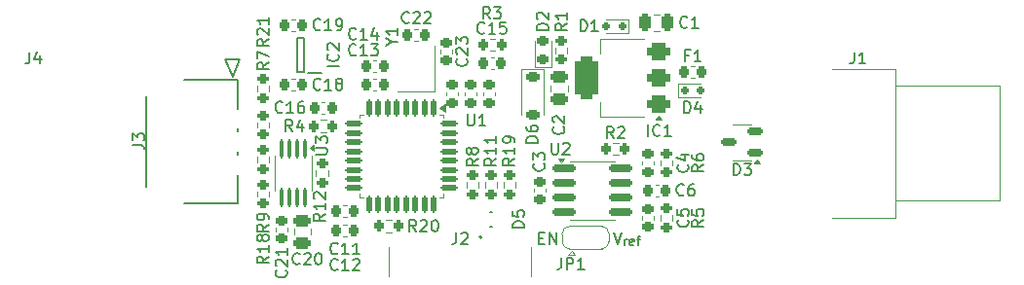
<source format=gto>
G04 #@! TF.GenerationSoftware,KiCad,Pcbnew,8.0.2-1.fc40*
G04 #@! TF.CreationDate,2024-05-13T13:55:00+02:00*
G04 #@! TF.ProjectId,FT24-SLS,46543234-2d53-44c5-932e-6b696361645f,rev?*
G04 #@! TF.SameCoordinates,Original*
G04 #@! TF.FileFunction,Legend,Top*
G04 #@! TF.FilePolarity,Positive*
%FSLAX46Y46*%
G04 Gerber Fmt 4.6, Leading zero omitted, Abs format (unit mm)*
G04 Created by KiCad (PCBNEW 8.0.2-1.fc40) date 2024-05-13 13:55:00*
%MOMM*%
%LPD*%
G01*
G04 APERTURE LIST*
G04 Aperture macros list*
%AMRoundRect*
0 Rectangle with rounded corners*
0 $1 Rounding radius*
0 $2 $3 $4 $5 $6 $7 $8 $9 X,Y pos of 4 corners*
0 Add a 4 corners polygon primitive as box body*
4,1,4,$2,$3,$4,$5,$6,$7,$8,$9,$2,$3,0*
0 Add four circle primitives for the rounded corners*
1,1,$1+$1,$2,$3*
1,1,$1+$1,$4,$5*
1,1,$1+$1,$6,$7*
1,1,$1+$1,$8,$9*
0 Add four rect primitives between the rounded corners*
20,1,$1+$1,$2,$3,$4,$5,0*
20,1,$1+$1,$4,$5,$6,$7,0*
20,1,$1+$1,$6,$7,$8,$9,0*
20,1,$1+$1,$8,$9,$2,$3,0*%
%AMFreePoly0*
4,1,19,0.550000,-0.750000,0.000000,-0.750000,0.000000,-0.744911,-0.071157,-0.744911,-0.207708,-0.704816,-0.327430,-0.627875,-0.420627,-0.520320,-0.479746,-0.390866,-0.500000,-0.250000,-0.500000,0.250000,-0.479746,0.390866,-0.420627,0.520320,-0.327430,0.627875,-0.207708,0.704816,-0.071157,0.744911,0.000000,0.744911,0.000000,0.750000,0.550000,0.750000,0.550000,-0.750000,0.550000,-0.750000,
$1*%
%AMFreePoly1*
4,1,19,0.000000,0.744911,0.071157,0.744911,0.207708,0.704816,0.327430,0.627875,0.420627,0.520320,0.479746,0.390866,0.500000,0.250000,0.500000,-0.250000,0.479746,-0.390866,0.420627,-0.520320,0.327430,-0.627875,0.207708,-0.704816,0.071157,-0.744911,0.000000,-0.744911,0.000000,-0.750000,-0.550000,-0.750000,-0.550000,0.750000,0.000000,0.750000,0.000000,0.744911,0.000000,0.744911,
$1*%
G04 Aperture macros list end*
%ADD10C,0.200000*%
%ADD11C,0.150000*%
%ADD12C,0.120000*%
%ADD13C,0.127000*%
%ADD14C,0.152400*%
%ADD15RoundRect,0.225000X0.225000X0.250000X-0.225000X0.250000X-0.225000X-0.250000X0.225000X-0.250000X0*%
%ADD16RoundRect,0.200000X-0.275000X0.200000X-0.275000X-0.200000X0.275000X-0.200000X0.275000X0.200000X0*%
%ADD17C,3.200000*%
%ADD18RoundRect,0.225000X-0.225000X-0.250000X0.225000X-0.250000X0.225000X0.250000X-0.225000X0.250000X0*%
%ADD19RoundRect,0.200000X0.275000X-0.200000X0.275000X0.200000X-0.275000X0.200000X-0.275000X-0.200000X0*%
%ADD20FreePoly0,0.000000*%
%ADD21R,1.000000X1.500000*%
%ADD22FreePoly1,0.000000*%
%ADD23RoundRect,0.250000X-0.475000X0.250000X-0.475000X-0.250000X0.475000X-0.250000X0.475000X0.250000X0*%
%ADD24RoundRect,0.225000X0.250000X-0.225000X0.250000X0.225000X-0.250000X0.225000X-0.250000X-0.225000X0*%
%ADD25RoundRect,0.200000X0.200000X0.275000X-0.200000X0.275000X-0.200000X-0.275000X0.200000X-0.275000X0*%
%ADD26R,1.000000X1.000000*%
%ADD27RoundRect,0.150000X-0.825000X-0.150000X0.825000X-0.150000X0.825000X0.150000X-0.825000X0.150000X0*%
%ADD28C,2.200000*%
%ADD29R,2.899999X1.350000*%
%ADD30R,1.450000X1.100000*%
%ADD31RoundRect,0.218750X0.256250X-0.218750X0.256250X0.218750X-0.256250X0.218750X-0.256250X-0.218750X0*%
%ADD32RoundRect,0.218750X0.218750X0.256250X-0.218750X0.256250X-0.218750X-0.256250X0.218750X-0.256250X0*%
%ADD33C,0.100000*%
%ADD34RoundRect,0.125000X-0.125000X0.625000X-0.125000X-0.625000X0.125000X-0.625000X0.125000X0.625000X0*%
%ADD35RoundRect,0.125000X-0.625000X0.125000X-0.625000X-0.125000X0.625000X-0.125000X0.625000X0.125000X0*%
%ADD36RoundRect,0.375000X0.625000X0.375000X-0.625000X0.375000X-0.625000X-0.375000X0.625000X-0.375000X0*%
%ADD37RoundRect,0.500000X0.500000X1.400000X-0.500000X1.400000X-0.500000X-1.400000X0.500000X-1.400000X0*%
%ADD38RoundRect,0.225000X-0.375000X0.225000X-0.375000X-0.225000X0.375000X-0.225000X0.375000X0.225000X0*%
%ADD39C,4.000000*%
%ADD40C,1.800000*%
%ADD41RoundRect,0.150000X-0.150000X-0.200000X0.150000X-0.200000X0.150000X0.200000X-0.150000X0.200000X0*%
%ADD42R,1.200000X0.600000*%
%ADD43RoundRect,0.200000X-0.200000X-0.275000X0.200000X-0.275000X0.200000X0.275000X-0.200000X0.275000X0*%
%ADD44RoundRect,0.150000X0.150000X0.200000X-0.150000X0.200000X-0.150000X-0.200000X0.150000X-0.200000X0*%
%ADD45RoundRect,0.225000X-0.250000X0.225000X-0.250000X-0.225000X0.250000X-0.225000X0.250000X0.225000X0*%
%ADD46RoundRect,0.150000X0.512500X0.150000X-0.512500X0.150000X-0.512500X-0.150000X0.512500X-0.150000X0*%
%ADD47RoundRect,0.100000X-0.100000X0.712500X-0.100000X-0.712500X0.100000X-0.712500X0.100000X0.712500X0*%
%ADD48RoundRect,0.250000X0.250000X0.475000X-0.250000X0.475000X-0.250000X-0.475000X0.250000X-0.475000X0*%
%ADD49R,1.200000X1.400000*%
%ADD50R,1.000000X2.200000*%
%ADD51R,1.700000X1.700000*%
%ADD52O,1.700000X1.700000*%
G04 APERTURE END LIST*
D10*
X161426816Y-101867219D02*
X161760149Y-102867219D01*
X161760149Y-102867219D02*
X162093482Y-101867219D01*
X162379197Y-102977695D02*
X162379197Y-102444361D01*
X162379197Y-102596742D02*
X162417292Y-102520552D01*
X162417292Y-102520552D02*
X162455387Y-102482457D01*
X162455387Y-102482457D02*
X162531578Y-102444361D01*
X162531578Y-102444361D02*
X162607768Y-102444361D01*
X163179197Y-102939600D02*
X163103006Y-102977695D01*
X163103006Y-102977695D02*
X162950625Y-102977695D01*
X162950625Y-102977695D02*
X162874435Y-102939600D01*
X162874435Y-102939600D02*
X162836339Y-102863409D01*
X162836339Y-102863409D02*
X162836339Y-102558647D01*
X162836339Y-102558647D02*
X162874435Y-102482457D01*
X162874435Y-102482457D02*
X162950625Y-102444361D01*
X162950625Y-102444361D02*
X163103006Y-102444361D01*
X163103006Y-102444361D02*
X163179197Y-102482457D01*
X163179197Y-102482457D02*
X163217292Y-102558647D01*
X163217292Y-102558647D02*
X163217292Y-102634838D01*
X163217292Y-102634838D02*
X162836339Y-102711028D01*
X163445863Y-102444361D02*
X163750625Y-102444361D01*
X163560149Y-102977695D02*
X163560149Y-102291980D01*
X163560149Y-102291980D02*
X163598244Y-102215790D01*
X163598244Y-102215790D02*
X163674434Y-102177695D01*
X163674434Y-102177695D02*
X163750625Y-102177695D01*
X154969673Y-102343409D02*
X155303006Y-102343409D01*
X155445863Y-102867219D02*
X154969673Y-102867219D01*
X154969673Y-102867219D02*
X154969673Y-101867219D01*
X154969673Y-101867219D02*
X155445863Y-101867219D01*
X155874435Y-102867219D02*
X155874435Y-101867219D01*
X155874435Y-101867219D02*
X156445863Y-102867219D01*
X156445863Y-102867219D02*
X156445863Y-101867219D01*
D11*
X132657142Y-91359580D02*
X132609523Y-91407200D01*
X132609523Y-91407200D02*
X132466666Y-91454819D01*
X132466666Y-91454819D02*
X132371428Y-91454819D01*
X132371428Y-91454819D02*
X132228571Y-91407200D01*
X132228571Y-91407200D02*
X132133333Y-91311961D01*
X132133333Y-91311961D02*
X132085714Y-91216723D01*
X132085714Y-91216723D02*
X132038095Y-91026247D01*
X132038095Y-91026247D02*
X132038095Y-90883390D01*
X132038095Y-90883390D02*
X132085714Y-90692914D01*
X132085714Y-90692914D02*
X132133333Y-90597676D01*
X132133333Y-90597676D02*
X132228571Y-90502438D01*
X132228571Y-90502438D02*
X132371428Y-90454819D01*
X132371428Y-90454819D02*
X132466666Y-90454819D01*
X132466666Y-90454819D02*
X132609523Y-90502438D01*
X132609523Y-90502438D02*
X132657142Y-90550057D01*
X133609523Y-91454819D02*
X133038095Y-91454819D01*
X133323809Y-91454819D02*
X133323809Y-90454819D01*
X133323809Y-90454819D02*
X133228571Y-90597676D01*
X133228571Y-90597676D02*
X133133333Y-90692914D01*
X133133333Y-90692914D02*
X133038095Y-90740533D01*
X134466666Y-90454819D02*
X134276190Y-90454819D01*
X134276190Y-90454819D02*
X134180952Y-90502438D01*
X134180952Y-90502438D02*
X134133333Y-90550057D01*
X134133333Y-90550057D02*
X134038095Y-90692914D01*
X134038095Y-90692914D02*
X133990476Y-90883390D01*
X133990476Y-90883390D02*
X133990476Y-91264342D01*
X133990476Y-91264342D02*
X134038095Y-91359580D01*
X134038095Y-91359580D02*
X134085714Y-91407200D01*
X134085714Y-91407200D02*
X134180952Y-91454819D01*
X134180952Y-91454819D02*
X134371428Y-91454819D01*
X134371428Y-91454819D02*
X134466666Y-91407200D01*
X134466666Y-91407200D02*
X134514285Y-91359580D01*
X134514285Y-91359580D02*
X134561904Y-91264342D01*
X134561904Y-91264342D02*
X134561904Y-91026247D01*
X134561904Y-91026247D02*
X134514285Y-90931009D01*
X134514285Y-90931009D02*
X134466666Y-90883390D01*
X134466666Y-90883390D02*
X134371428Y-90835771D01*
X134371428Y-90835771D02*
X134180952Y-90835771D01*
X134180952Y-90835771D02*
X134085714Y-90883390D01*
X134085714Y-90883390D02*
X134038095Y-90931009D01*
X134038095Y-90931009D02*
X133990476Y-91026247D01*
X131454819Y-101166666D02*
X130978628Y-101499999D01*
X131454819Y-101738094D02*
X130454819Y-101738094D01*
X130454819Y-101738094D02*
X130454819Y-101357142D01*
X130454819Y-101357142D02*
X130502438Y-101261904D01*
X130502438Y-101261904D02*
X130550057Y-101214285D01*
X130550057Y-101214285D02*
X130645295Y-101166666D01*
X130645295Y-101166666D02*
X130788152Y-101166666D01*
X130788152Y-101166666D02*
X130883390Y-101214285D01*
X130883390Y-101214285D02*
X130931009Y-101261904D01*
X130931009Y-101261904D02*
X130978628Y-101357142D01*
X130978628Y-101357142D02*
X130978628Y-101738094D01*
X131454819Y-100690475D02*
X131454819Y-100499999D01*
X131454819Y-100499999D02*
X131407200Y-100404761D01*
X131407200Y-100404761D02*
X131359580Y-100357142D01*
X131359580Y-100357142D02*
X131216723Y-100261904D01*
X131216723Y-100261904D02*
X131026247Y-100214285D01*
X131026247Y-100214285D02*
X130645295Y-100214285D01*
X130645295Y-100214285D02*
X130550057Y-100261904D01*
X130550057Y-100261904D02*
X130502438Y-100309523D01*
X130502438Y-100309523D02*
X130454819Y-100404761D01*
X130454819Y-100404761D02*
X130454819Y-100595237D01*
X130454819Y-100595237D02*
X130502438Y-100690475D01*
X130502438Y-100690475D02*
X130550057Y-100738094D01*
X130550057Y-100738094D02*
X130645295Y-100785713D01*
X130645295Y-100785713D02*
X130883390Y-100785713D01*
X130883390Y-100785713D02*
X130978628Y-100738094D01*
X130978628Y-100738094D02*
X131026247Y-100690475D01*
X131026247Y-100690475D02*
X131073866Y-100595237D01*
X131073866Y-100595237D02*
X131073866Y-100404761D01*
X131073866Y-100404761D02*
X131026247Y-100309523D01*
X131026247Y-100309523D02*
X130978628Y-100261904D01*
X130978628Y-100261904D02*
X130883390Y-100214285D01*
X135957142Y-84159580D02*
X135909523Y-84207200D01*
X135909523Y-84207200D02*
X135766666Y-84254819D01*
X135766666Y-84254819D02*
X135671428Y-84254819D01*
X135671428Y-84254819D02*
X135528571Y-84207200D01*
X135528571Y-84207200D02*
X135433333Y-84111961D01*
X135433333Y-84111961D02*
X135385714Y-84016723D01*
X135385714Y-84016723D02*
X135338095Y-83826247D01*
X135338095Y-83826247D02*
X135338095Y-83683390D01*
X135338095Y-83683390D02*
X135385714Y-83492914D01*
X135385714Y-83492914D02*
X135433333Y-83397676D01*
X135433333Y-83397676D02*
X135528571Y-83302438D01*
X135528571Y-83302438D02*
X135671428Y-83254819D01*
X135671428Y-83254819D02*
X135766666Y-83254819D01*
X135766666Y-83254819D02*
X135909523Y-83302438D01*
X135909523Y-83302438D02*
X135957142Y-83350057D01*
X136909523Y-84254819D02*
X136338095Y-84254819D01*
X136623809Y-84254819D02*
X136623809Y-83254819D01*
X136623809Y-83254819D02*
X136528571Y-83397676D01*
X136528571Y-83397676D02*
X136433333Y-83492914D01*
X136433333Y-83492914D02*
X136338095Y-83540533D01*
X137385714Y-84254819D02*
X137576190Y-84254819D01*
X137576190Y-84254819D02*
X137671428Y-84207200D01*
X137671428Y-84207200D02*
X137719047Y-84159580D01*
X137719047Y-84159580D02*
X137814285Y-84016723D01*
X137814285Y-84016723D02*
X137861904Y-83826247D01*
X137861904Y-83826247D02*
X137861904Y-83445295D01*
X137861904Y-83445295D02*
X137814285Y-83350057D01*
X137814285Y-83350057D02*
X137766666Y-83302438D01*
X137766666Y-83302438D02*
X137671428Y-83254819D01*
X137671428Y-83254819D02*
X137480952Y-83254819D01*
X137480952Y-83254819D02*
X137385714Y-83302438D01*
X137385714Y-83302438D02*
X137338095Y-83350057D01*
X137338095Y-83350057D02*
X137290476Y-83445295D01*
X137290476Y-83445295D02*
X137290476Y-83683390D01*
X137290476Y-83683390D02*
X137338095Y-83778628D01*
X137338095Y-83778628D02*
X137385714Y-83826247D01*
X137385714Y-83826247D02*
X137480952Y-83873866D01*
X137480952Y-83873866D02*
X137671428Y-83873866D01*
X137671428Y-83873866D02*
X137766666Y-83826247D01*
X137766666Y-83826247D02*
X137814285Y-83778628D01*
X137814285Y-83778628D02*
X137861904Y-83683390D01*
X157354819Y-83666666D02*
X156878628Y-83999999D01*
X157354819Y-84238094D02*
X156354819Y-84238094D01*
X156354819Y-84238094D02*
X156354819Y-83857142D01*
X156354819Y-83857142D02*
X156402438Y-83761904D01*
X156402438Y-83761904D02*
X156450057Y-83714285D01*
X156450057Y-83714285D02*
X156545295Y-83666666D01*
X156545295Y-83666666D02*
X156688152Y-83666666D01*
X156688152Y-83666666D02*
X156783390Y-83714285D01*
X156783390Y-83714285D02*
X156831009Y-83761904D01*
X156831009Y-83761904D02*
X156878628Y-83857142D01*
X156878628Y-83857142D02*
X156878628Y-84238094D01*
X157354819Y-82714285D02*
X157354819Y-83285713D01*
X157354819Y-82999999D02*
X156354819Y-82999999D01*
X156354819Y-82999999D02*
X156497676Y-83095237D01*
X156497676Y-83095237D02*
X156592914Y-83190475D01*
X156592914Y-83190475D02*
X156640533Y-83285713D01*
X156891666Y-104054819D02*
X156891666Y-104769104D01*
X156891666Y-104769104D02*
X156844047Y-104911961D01*
X156844047Y-104911961D02*
X156748809Y-105007200D01*
X156748809Y-105007200D02*
X156605952Y-105054819D01*
X156605952Y-105054819D02*
X156510714Y-105054819D01*
X157367857Y-105054819D02*
X157367857Y-104054819D01*
X157367857Y-104054819D02*
X157748809Y-104054819D01*
X157748809Y-104054819D02*
X157844047Y-104102438D01*
X157844047Y-104102438D02*
X157891666Y-104150057D01*
X157891666Y-104150057D02*
X157939285Y-104245295D01*
X157939285Y-104245295D02*
X157939285Y-104388152D01*
X157939285Y-104388152D02*
X157891666Y-104483390D01*
X157891666Y-104483390D02*
X157844047Y-104531009D01*
X157844047Y-104531009D02*
X157748809Y-104578628D01*
X157748809Y-104578628D02*
X157367857Y-104578628D01*
X158891666Y-105054819D02*
X158320238Y-105054819D01*
X158605952Y-105054819D02*
X158605952Y-104054819D01*
X158605952Y-104054819D02*
X158510714Y-104197676D01*
X158510714Y-104197676D02*
X158415476Y-104292914D01*
X158415476Y-104292914D02*
X158320238Y-104340533D01*
X134157142Y-104559580D02*
X134109523Y-104607200D01*
X134109523Y-104607200D02*
X133966666Y-104654819D01*
X133966666Y-104654819D02*
X133871428Y-104654819D01*
X133871428Y-104654819D02*
X133728571Y-104607200D01*
X133728571Y-104607200D02*
X133633333Y-104511961D01*
X133633333Y-104511961D02*
X133585714Y-104416723D01*
X133585714Y-104416723D02*
X133538095Y-104226247D01*
X133538095Y-104226247D02*
X133538095Y-104083390D01*
X133538095Y-104083390D02*
X133585714Y-103892914D01*
X133585714Y-103892914D02*
X133633333Y-103797676D01*
X133633333Y-103797676D02*
X133728571Y-103702438D01*
X133728571Y-103702438D02*
X133871428Y-103654819D01*
X133871428Y-103654819D02*
X133966666Y-103654819D01*
X133966666Y-103654819D02*
X134109523Y-103702438D01*
X134109523Y-103702438D02*
X134157142Y-103750057D01*
X134538095Y-103750057D02*
X134585714Y-103702438D01*
X134585714Y-103702438D02*
X134680952Y-103654819D01*
X134680952Y-103654819D02*
X134919047Y-103654819D01*
X134919047Y-103654819D02*
X135014285Y-103702438D01*
X135014285Y-103702438D02*
X135061904Y-103750057D01*
X135061904Y-103750057D02*
X135109523Y-103845295D01*
X135109523Y-103845295D02*
X135109523Y-103940533D01*
X135109523Y-103940533D02*
X135061904Y-104083390D01*
X135061904Y-104083390D02*
X134490476Y-104654819D01*
X134490476Y-104654819D02*
X135109523Y-104654819D01*
X135728571Y-103654819D02*
X135823809Y-103654819D01*
X135823809Y-103654819D02*
X135919047Y-103702438D01*
X135919047Y-103702438D02*
X135966666Y-103750057D01*
X135966666Y-103750057D02*
X136014285Y-103845295D01*
X136014285Y-103845295D02*
X136061904Y-104035771D01*
X136061904Y-104035771D02*
X136061904Y-104273866D01*
X136061904Y-104273866D02*
X136014285Y-104464342D01*
X136014285Y-104464342D02*
X135966666Y-104559580D01*
X135966666Y-104559580D02*
X135919047Y-104607200D01*
X135919047Y-104607200D02*
X135823809Y-104654819D01*
X135823809Y-104654819D02*
X135728571Y-104654819D01*
X135728571Y-104654819D02*
X135633333Y-104607200D01*
X135633333Y-104607200D02*
X135585714Y-104559580D01*
X135585714Y-104559580D02*
X135538095Y-104464342D01*
X135538095Y-104464342D02*
X135490476Y-104273866D01*
X135490476Y-104273866D02*
X135490476Y-104035771D01*
X135490476Y-104035771D02*
X135538095Y-103845295D01*
X135538095Y-103845295D02*
X135585714Y-103750057D01*
X135585714Y-103750057D02*
X135633333Y-103702438D01*
X135633333Y-103702438D02*
X135728571Y-103654819D01*
X161433333Y-93654819D02*
X161100000Y-93178628D01*
X160861905Y-93654819D02*
X160861905Y-92654819D01*
X160861905Y-92654819D02*
X161242857Y-92654819D01*
X161242857Y-92654819D02*
X161338095Y-92702438D01*
X161338095Y-92702438D02*
X161385714Y-92750057D01*
X161385714Y-92750057D02*
X161433333Y-92845295D01*
X161433333Y-92845295D02*
X161433333Y-92988152D01*
X161433333Y-92988152D02*
X161385714Y-93083390D01*
X161385714Y-93083390D02*
X161338095Y-93131009D01*
X161338095Y-93131009D02*
X161242857Y-93178628D01*
X161242857Y-93178628D02*
X160861905Y-93178628D01*
X161814286Y-92750057D02*
X161861905Y-92702438D01*
X161861905Y-92702438D02*
X161957143Y-92654819D01*
X161957143Y-92654819D02*
X162195238Y-92654819D01*
X162195238Y-92654819D02*
X162290476Y-92702438D01*
X162290476Y-92702438D02*
X162338095Y-92750057D01*
X162338095Y-92750057D02*
X162385714Y-92845295D01*
X162385714Y-92845295D02*
X162385714Y-92940533D01*
X162385714Y-92940533D02*
X162338095Y-93083390D01*
X162338095Y-93083390D02*
X161766667Y-93654819D01*
X161766667Y-93654819D02*
X162385714Y-93654819D01*
X153654819Y-101438094D02*
X152654819Y-101438094D01*
X152654819Y-101438094D02*
X152654819Y-101199999D01*
X152654819Y-101199999D02*
X152702438Y-101057142D01*
X152702438Y-101057142D02*
X152797676Y-100961904D01*
X152797676Y-100961904D02*
X152892914Y-100914285D01*
X152892914Y-100914285D02*
X153083390Y-100866666D01*
X153083390Y-100866666D02*
X153226247Y-100866666D01*
X153226247Y-100866666D02*
X153416723Y-100914285D01*
X153416723Y-100914285D02*
X153511961Y-100961904D01*
X153511961Y-100961904D02*
X153607200Y-101057142D01*
X153607200Y-101057142D02*
X153654819Y-101199999D01*
X153654819Y-101199999D02*
X153654819Y-101438094D01*
X152654819Y-99961904D02*
X152654819Y-100438094D01*
X152654819Y-100438094D02*
X153131009Y-100485713D01*
X153131009Y-100485713D02*
X153083390Y-100438094D01*
X153083390Y-100438094D02*
X153035771Y-100342856D01*
X153035771Y-100342856D02*
X153035771Y-100104761D01*
X153035771Y-100104761D02*
X153083390Y-100009523D01*
X153083390Y-100009523D02*
X153131009Y-99961904D01*
X153131009Y-99961904D02*
X153226247Y-99914285D01*
X153226247Y-99914285D02*
X153464342Y-99914285D01*
X153464342Y-99914285D02*
X153559580Y-99961904D01*
X153559580Y-99961904D02*
X153607200Y-100009523D01*
X153607200Y-100009523D02*
X153654819Y-100104761D01*
X153654819Y-100104761D02*
X153654819Y-100342856D01*
X153654819Y-100342856D02*
X153607200Y-100438094D01*
X153607200Y-100438094D02*
X153559580Y-100485713D01*
X156038095Y-94054819D02*
X156038095Y-94864342D01*
X156038095Y-94864342D02*
X156085714Y-94959580D01*
X156085714Y-94959580D02*
X156133333Y-95007200D01*
X156133333Y-95007200D02*
X156228571Y-95054819D01*
X156228571Y-95054819D02*
X156419047Y-95054819D01*
X156419047Y-95054819D02*
X156514285Y-95007200D01*
X156514285Y-95007200D02*
X156561904Y-94959580D01*
X156561904Y-94959580D02*
X156609523Y-94864342D01*
X156609523Y-94864342D02*
X156609523Y-94054819D01*
X157038095Y-94150057D02*
X157085714Y-94102438D01*
X157085714Y-94102438D02*
X157180952Y-94054819D01*
X157180952Y-94054819D02*
X157419047Y-94054819D01*
X157419047Y-94054819D02*
X157514285Y-94102438D01*
X157514285Y-94102438D02*
X157561904Y-94150057D01*
X157561904Y-94150057D02*
X157609523Y-94245295D01*
X157609523Y-94245295D02*
X157609523Y-94340533D01*
X157609523Y-94340533D02*
X157561904Y-94483390D01*
X157561904Y-94483390D02*
X156990476Y-95054819D01*
X156990476Y-95054819D02*
X157609523Y-95054819D01*
X131454819Y-103942857D02*
X130978628Y-104276190D01*
X131454819Y-104514285D02*
X130454819Y-104514285D01*
X130454819Y-104514285D02*
X130454819Y-104133333D01*
X130454819Y-104133333D02*
X130502438Y-104038095D01*
X130502438Y-104038095D02*
X130550057Y-103990476D01*
X130550057Y-103990476D02*
X130645295Y-103942857D01*
X130645295Y-103942857D02*
X130788152Y-103942857D01*
X130788152Y-103942857D02*
X130883390Y-103990476D01*
X130883390Y-103990476D02*
X130931009Y-104038095D01*
X130931009Y-104038095D02*
X130978628Y-104133333D01*
X130978628Y-104133333D02*
X130978628Y-104514285D01*
X131454819Y-102990476D02*
X131454819Y-103561904D01*
X131454819Y-103276190D02*
X130454819Y-103276190D01*
X130454819Y-103276190D02*
X130597676Y-103371428D01*
X130597676Y-103371428D02*
X130692914Y-103466666D01*
X130692914Y-103466666D02*
X130740533Y-103561904D01*
X130883390Y-102419047D02*
X130835771Y-102514285D01*
X130835771Y-102514285D02*
X130788152Y-102561904D01*
X130788152Y-102561904D02*
X130692914Y-102609523D01*
X130692914Y-102609523D02*
X130645295Y-102609523D01*
X130645295Y-102609523D02*
X130550057Y-102561904D01*
X130550057Y-102561904D02*
X130502438Y-102514285D01*
X130502438Y-102514285D02*
X130454819Y-102419047D01*
X130454819Y-102419047D02*
X130454819Y-102228571D01*
X130454819Y-102228571D02*
X130502438Y-102133333D01*
X130502438Y-102133333D02*
X130550057Y-102085714D01*
X130550057Y-102085714D02*
X130645295Y-102038095D01*
X130645295Y-102038095D02*
X130692914Y-102038095D01*
X130692914Y-102038095D02*
X130788152Y-102085714D01*
X130788152Y-102085714D02*
X130835771Y-102133333D01*
X130835771Y-102133333D02*
X130883390Y-102228571D01*
X130883390Y-102228571D02*
X130883390Y-102419047D01*
X130883390Y-102419047D02*
X130931009Y-102514285D01*
X130931009Y-102514285D02*
X130978628Y-102561904D01*
X130978628Y-102561904D02*
X131073866Y-102609523D01*
X131073866Y-102609523D02*
X131264342Y-102609523D01*
X131264342Y-102609523D02*
X131359580Y-102561904D01*
X131359580Y-102561904D02*
X131407200Y-102514285D01*
X131407200Y-102514285D02*
X131454819Y-102419047D01*
X131454819Y-102419047D02*
X131454819Y-102228571D01*
X131454819Y-102228571D02*
X131407200Y-102133333D01*
X131407200Y-102133333D02*
X131359580Y-102085714D01*
X131359580Y-102085714D02*
X131264342Y-102038095D01*
X131264342Y-102038095D02*
X131073866Y-102038095D01*
X131073866Y-102038095D02*
X130978628Y-102085714D01*
X130978628Y-102085714D02*
X130931009Y-102133333D01*
X130931009Y-102133333D02*
X130883390Y-102228571D01*
X110691666Y-86154819D02*
X110691666Y-86869104D01*
X110691666Y-86869104D02*
X110644047Y-87011961D01*
X110644047Y-87011961D02*
X110548809Y-87107200D01*
X110548809Y-87107200D02*
X110405952Y-87154819D01*
X110405952Y-87154819D02*
X110310714Y-87154819D01*
X111596428Y-86488152D02*
X111596428Y-87154819D01*
X111358333Y-86107200D02*
X111120238Y-86821485D01*
X111120238Y-86821485D02*
X111739285Y-86821485D01*
X167859580Y-95966666D02*
X167907200Y-96014285D01*
X167907200Y-96014285D02*
X167954819Y-96157142D01*
X167954819Y-96157142D02*
X167954819Y-96252380D01*
X167954819Y-96252380D02*
X167907200Y-96395237D01*
X167907200Y-96395237D02*
X167811961Y-96490475D01*
X167811961Y-96490475D02*
X167716723Y-96538094D01*
X167716723Y-96538094D02*
X167526247Y-96585713D01*
X167526247Y-96585713D02*
X167383390Y-96585713D01*
X167383390Y-96585713D02*
X167192914Y-96538094D01*
X167192914Y-96538094D02*
X167097676Y-96490475D01*
X167097676Y-96490475D02*
X167002438Y-96395237D01*
X167002438Y-96395237D02*
X166954819Y-96252380D01*
X166954819Y-96252380D02*
X166954819Y-96157142D01*
X166954819Y-96157142D02*
X167002438Y-96014285D01*
X167002438Y-96014285D02*
X167050057Y-95966666D01*
X167288152Y-95109523D02*
X167954819Y-95109523D01*
X166907200Y-95347618D02*
X167621485Y-95585713D01*
X167621485Y-95585713D02*
X167621485Y-94966666D01*
X131454819Y-85042857D02*
X130978628Y-85376190D01*
X131454819Y-85614285D02*
X130454819Y-85614285D01*
X130454819Y-85614285D02*
X130454819Y-85233333D01*
X130454819Y-85233333D02*
X130502438Y-85138095D01*
X130502438Y-85138095D02*
X130550057Y-85090476D01*
X130550057Y-85090476D02*
X130645295Y-85042857D01*
X130645295Y-85042857D02*
X130788152Y-85042857D01*
X130788152Y-85042857D02*
X130883390Y-85090476D01*
X130883390Y-85090476D02*
X130931009Y-85138095D01*
X130931009Y-85138095D02*
X130978628Y-85233333D01*
X130978628Y-85233333D02*
X130978628Y-85614285D01*
X130550057Y-84661904D02*
X130502438Y-84614285D01*
X130502438Y-84614285D02*
X130454819Y-84519047D01*
X130454819Y-84519047D02*
X130454819Y-84280952D01*
X130454819Y-84280952D02*
X130502438Y-84185714D01*
X130502438Y-84185714D02*
X130550057Y-84138095D01*
X130550057Y-84138095D02*
X130645295Y-84090476D01*
X130645295Y-84090476D02*
X130740533Y-84090476D01*
X130740533Y-84090476D02*
X130883390Y-84138095D01*
X130883390Y-84138095D02*
X131454819Y-84709523D01*
X131454819Y-84709523D02*
X131454819Y-84090476D01*
X131454819Y-83138095D02*
X131454819Y-83709523D01*
X131454819Y-83423809D02*
X130454819Y-83423809D01*
X130454819Y-83423809D02*
X130597676Y-83519047D01*
X130597676Y-83519047D02*
X130692914Y-83614285D01*
X130692914Y-83614285D02*
X130740533Y-83709523D01*
X169254819Y-100766666D02*
X168778628Y-101099999D01*
X169254819Y-101338094D02*
X168254819Y-101338094D01*
X168254819Y-101338094D02*
X168254819Y-100957142D01*
X168254819Y-100957142D02*
X168302438Y-100861904D01*
X168302438Y-100861904D02*
X168350057Y-100814285D01*
X168350057Y-100814285D02*
X168445295Y-100766666D01*
X168445295Y-100766666D02*
X168588152Y-100766666D01*
X168588152Y-100766666D02*
X168683390Y-100814285D01*
X168683390Y-100814285D02*
X168731009Y-100861904D01*
X168731009Y-100861904D02*
X168778628Y-100957142D01*
X168778628Y-100957142D02*
X168778628Y-101338094D01*
X168254819Y-99861904D02*
X168254819Y-100338094D01*
X168254819Y-100338094D02*
X168731009Y-100385713D01*
X168731009Y-100385713D02*
X168683390Y-100338094D01*
X168683390Y-100338094D02*
X168635771Y-100242856D01*
X168635771Y-100242856D02*
X168635771Y-100004761D01*
X168635771Y-100004761D02*
X168683390Y-99909523D01*
X168683390Y-99909523D02*
X168731009Y-99861904D01*
X168731009Y-99861904D02*
X168826247Y-99814285D01*
X168826247Y-99814285D02*
X169064342Y-99814285D01*
X169064342Y-99814285D02*
X169159580Y-99861904D01*
X169159580Y-99861904D02*
X169207200Y-99909523D01*
X169207200Y-99909523D02*
X169254819Y-100004761D01*
X169254819Y-100004761D02*
X169254819Y-100242856D01*
X169254819Y-100242856D02*
X169207200Y-100338094D01*
X169207200Y-100338094D02*
X169159580Y-100385713D01*
X119654819Y-94233333D02*
X120369104Y-94233333D01*
X120369104Y-94233333D02*
X120511961Y-94280952D01*
X120511961Y-94280952D02*
X120607200Y-94376190D01*
X120607200Y-94376190D02*
X120654819Y-94519047D01*
X120654819Y-94519047D02*
X120654819Y-94614285D01*
X119654819Y-93852380D02*
X119654819Y-93233333D01*
X119654819Y-93233333D02*
X120035771Y-93566666D01*
X120035771Y-93566666D02*
X120035771Y-93423809D01*
X120035771Y-93423809D02*
X120083390Y-93328571D01*
X120083390Y-93328571D02*
X120131009Y-93280952D01*
X120131009Y-93280952D02*
X120226247Y-93233333D01*
X120226247Y-93233333D02*
X120464342Y-93233333D01*
X120464342Y-93233333D02*
X120559580Y-93280952D01*
X120559580Y-93280952D02*
X120607200Y-93328571D01*
X120607200Y-93328571D02*
X120654819Y-93423809D01*
X120654819Y-93423809D02*
X120654819Y-93709523D01*
X120654819Y-93709523D02*
X120607200Y-93804761D01*
X120607200Y-93804761D02*
X120559580Y-93852380D01*
X137457142Y-105059580D02*
X137409523Y-105107200D01*
X137409523Y-105107200D02*
X137266666Y-105154819D01*
X137266666Y-105154819D02*
X137171428Y-105154819D01*
X137171428Y-105154819D02*
X137028571Y-105107200D01*
X137028571Y-105107200D02*
X136933333Y-105011961D01*
X136933333Y-105011961D02*
X136885714Y-104916723D01*
X136885714Y-104916723D02*
X136838095Y-104726247D01*
X136838095Y-104726247D02*
X136838095Y-104583390D01*
X136838095Y-104583390D02*
X136885714Y-104392914D01*
X136885714Y-104392914D02*
X136933333Y-104297676D01*
X136933333Y-104297676D02*
X137028571Y-104202438D01*
X137028571Y-104202438D02*
X137171428Y-104154819D01*
X137171428Y-104154819D02*
X137266666Y-104154819D01*
X137266666Y-104154819D02*
X137409523Y-104202438D01*
X137409523Y-104202438D02*
X137457142Y-104250057D01*
X138409523Y-105154819D02*
X137838095Y-105154819D01*
X138123809Y-105154819D02*
X138123809Y-104154819D01*
X138123809Y-104154819D02*
X138028571Y-104297676D01*
X138028571Y-104297676D02*
X137933333Y-104392914D01*
X137933333Y-104392914D02*
X137838095Y-104440533D01*
X138790476Y-104250057D02*
X138838095Y-104202438D01*
X138838095Y-104202438D02*
X138933333Y-104154819D01*
X138933333Y-104154819D02*
X139171428Y-104154819D01*
X139171428Y-104154819D02*
X139266666Y-104202438D01*
X139266666Y-104202438D02*
X139314285Y-104250057D01*
X139314285Y-104250057D02*
X139361904Y-104345295D01*
X139361904Y-104345295D02*
X139361904Y-104440533D01*
X139361904Y-104440533D02*
X139314285Y-104583390D01*
X139314285Y-104583390D02*
X138742857Y-105154819D01*
X138742857Y-105154819D02*
X139361904Y-105154819D01*
X155754819Y-84238094D02*
X154754819Y-84238094D01*
X154754819Y-84238094D02*
X154754819Y-83999999D01*
X154754819Y-83999999D02*
X154802438Y-83857142D01*
X154802438Y-83857142D02*
X154897676Y-83761904D01*
X154897676Y-83761904D02*
X154992914Y-83714285D01*
X154992914Y-83714285D02*
X155183390Y-83666666D01*
X155183390Y-83666666D02*
X155326247Y-83666666D01*
X155326247Y-83666666D02*
X155516723Y-83714285D01*
X155516723Y-83714285D02*
X155611961Y-83761904D01*
X155611961Y-83761904D02*
X155707200Y-83857142D01*
X155707200Y-83857142D02*
X155754819Y-83999999D01*
X155754819Y-83999999D02*
X155754819Y-84238094D01*
X154850057Y-83285713D02*
X154802438Y-83238094D01*
X154802438Y-83238094D02*
X154754819Y-83142856D01*
X154754819Y-83142856D02*
X154754819Y-82904761D01*
X154754819Y-82904761D02*
X154802438Y-82809523D01*
X154802438Y-82809523D02*
X154850057Y-82761904D01*
X154850057Y-82761904D02*
X154945295Y-82714285D01*
X154945295Y-82714285D02*
X155040533Y-82714285D01*
X155040533Y-82714285D02*
X155183390Y-82761904D01*
X155183390Y-82761904D02*
X155754819Y-83333332D01*
X155754819Y-83333332D02*
X155754819Y-82714285D01*
X167966666Y-86431009D02*
X167633333Y-86431009D01*
X167633333Y-86954819D02*
X167633333Y-85954819D01*
X167633333Y-85954819D02*
X168109523Y-85954819D01*
X169014285Y-86954819D02*
X168442857Y-86954819D01*
X168728571Y-86954819D02*
X168728571Y-85954819D01*
X168728571Y-85954819D02*
X168633333Y-86097676D01*
X168633333Y-86097676D02*
X168538095Y-86192914D01*
X168538095Y-86192914D02*
X168442857Y-86240533D01*
X148738095Y-91554819D02*
X148738095Y-92364342D01*
X148738095Y-92364342D02*
X148785714Y-92459580D01*
X148785714Y-92459580D02*
X148833333Y-92507200D01*
X148833333Y-92507200D02*
X148928571Y-92554819D01*
X148928571Y-92554819D02*
X149119047Y-92554819D01*
X149119047Y-92554819D02*
X149214285Y-92507200D01*
X149214285Y-92507200D02*
X149261904Y-92459580D01*
X149261904Y-92459580D02*
X149309523Y-92364342D01*
X149309523Y-92364342D02*
X149309523Y-91554819D01*
X150309523Y-92554819D02*
X149738095Y-92554819D01*
X150023809Y-92554819D02*
X150023809Y-91554819D01*
X150023809Y-91554819D02*
X149928571Y-91697676D01*
X149928571Y-91697676D02*
X149833333Y-91792914D01*
X149833333Y-91792914D02*
X149738095Y-91840533D01*
X164423810Y-93454819D02*
X164423810Y-92454819D01*
X165471428Y-93359580D02*
X165423809Y-93407200D01*
X165423809Y-93407200D02*
X165280952Y-93454819D01*
X165280952Y-93454819D02*
X165185714Y-93454819D01*
X165185714Y-93454819D02*
X165042857Y-93407200D01*
X165042857Y-93407200D02*
X164947619Y-93311961D01*
X164947619Y-93311961D02*
X164900000Y-93216723D01*
X164900000Y-93216723D02*
X164852381Y-93026247D01*
X164852381Y-93026247D02*
X164852381Y-92883390D01*
X164852381Y-92883390D02*
X164900000Y-92692914D01*
X164900000Y-92692914D02*
X164947619Y-92597676D01*
X164947619Y-92597676D02*
X165042857Y-92502438D01*
X165042857Y-92502438D02*
X165185714Y-92454819D01*
X165185714Y-92454819D02*
X165280952Y-92454819D01*
X165280952Y-92454819D02*
X165423809Y-92502438D01*
X165423809Y-92502438D02*
X165471428Y-92550057D01*
X166423809Y-93454819D02*
X165852381Y-93454819D01*
X166138095Y-93454819D02*
X166138095Y-92454819D01*
X166138095Y-92454819D02*
X166042857Y-92597676D01*
X166042857Y-92597676D02*
X165947619Y-92692914D01*
X165947619Y-92692914D02*
X165852381Y-92740533D01*
X148659580Y-86742857D02*
X148707200Y-86790476D01*
X148707200Y-86790476D02*
X148754819Y-86933333D01*
X148754819Y-86933333D02*
X148754819Y-87028571D01*
X148754819Y-87028571D02*
X148707200Y-87171428D01*
X148707200Y-87171428D02*
X148611961Y-87266666D01*
X148611961Y-87266666D02*
X148516723Y-87314285D01*
X148516723Y-87314285D02*
X148326247Y-87361904D01*
X148326247Y-87361904D02*
X148183390Y-87361904D01*
X148183390Y-87361904D02*
X147992914Y-87314285D01*
X147992914Y-87314285D02*
X147897676Y-87266666D01*
X147897676Y-87266666D02*
X147802438Y-87171428D01*
X147802438Y-87171428D02*
X147754819Y-87028571D01*
X147754819Y-87028571D02*
X147754819Y-86933333D01*
X147754819Y-86933333D02*
X147802438Y-86790476D01*
X147802438Y-86790476D02*
X147850057Y-86742857D01*
X147850057Y-86361904D02*
X147802438Y-86314285D01*
X147802438Y-86314285D02*
X147754819Y-86219047D01*
X147754819Y-86219047D02*
X147754819Y-85980952D01*
X147754819Y-85980952D02*
X147802438Y-85885714D01*
X147802438Y-85885714D02*
X147850057Y-85838095D01*
X147850057Y-85838095D02*
X147945295Y-85790476D01*
X147945295Y-85790476D02*
X148040533Y-85790476D01*
X148040533Y-85790476D02*
X148183390Y-85838095D01*
X148183390Y-85838095D02*
X148754819Y-86409523D01*
X148754819Y-86409523D02*
X148754819Y-85790476D01*
X147754819Y-85457142D02*
X147754819Y-84838095D01*
X147754819Y-84838095D02*
X148135771Y-85171428D01*
X148135771Y-85171428D02*
X148135771Y-85028571D01*
X148135771Y-85028571D02*
X148183390Y-84933333D01*
X148183390Y-84933333D02*
X148231009Y-84885714D01*
X148231009Y-84885714D02*
X148326247Y-84838095D01*
X148326247Y-84838095D02*
X148564342Y-84838095D01*
X148564342Y-84838095D02*
X148659580Y-84885714D01*
X148659580Y-84885714D02*
X148707200Y-84933333D01*
X148707200Y-84933333D02*
X148754819Y-85028571D01*
X148754819Y-85028571D02*
X148754819Y-85314285D01*
X148754819Y-85314285D02*
X148707200Y-85409523D01*
X148707200Y-85409523D02*
X148659580Y-85457142D01*
X143657142Y-83559580D02*
X143609523Y-83607200D01*
X143609523Y-83607200D02*
X143466666Y-83654819D01*
X143466666Y-83654819D02*
X143371428Y-83654819D01*
X143371428Y-83654819D02*
X143228571Y-83607200D01*
X143228571Y-83607200D02*
X143133333Y-83511961D01*
X143133333Y-83511961D02*
X143085714Y-83416723D01*
X143085714Y-83416723D02*
X143038095Y-83226247D01*
X143038095Y-83226247D02*
X143038095Y-83083390D01*
X143038095Y-83083390D02*
X143085714Y-82892914D01*
X143085714Y-82892914D02*
X143133333Y-82797676D01*
X143133333Y-82797676D02*
X143228571Y-82702438D01*
X143228571Y-82702438D02*
X143371428Y-82654819D01*
X143371428Y-82654819D02*
X143466666Y-82654819D01*
X143466666Y-82654819D02*
X143609523Y-82702438D01*
X143609523Y-82702438D02*
X143657142Y-82750057D01*
X144038095Y-82750057D02*
X144085714Y-82702438D01*
X144085714Y-82702438D02*
X144180952Y-82654819D01*
X144180952Y-82654819D02*
X144419047Y-82654819D01*
X144419047Y-82654819D02*
X144514285Y-82702438D01*
X144514285Y-82702438D02*
X144561904Y-82750057D01*
X144561904Y-82750057D02*
X144609523Y-82845295D01*
X144609523Y-82845295D02*
X144609523Y-82940533D01*
X144609523Y-82940533D02*
X144561904Y-83083390D01*
X144561904Y-83083390D02*
X143990476Y-83654819D01*
X143990476Y-83654819D02*
X144609523Y-83654819D01*
X144990476Y-82750057D02*
X145038095Y-82702438D01*
X145038095Y-82702438D02*
X145133333Y-82654819D01*
X145133333Y-82654819D02*
X145371428Y-82654819D01*
X145371428Y-82654819D02*
X145466666Y-82702438D01*
X145466666Y-82702438D02*
X145514285Y-82750057D01*
X145514285Y-82750057D02*
X145561904Y-82845295D01*
X145561904Y-82845295D02*
X145561904Y-82940533D01*
X145561904Y-82940533D02*
X145514285Y-83083390D01*
X145514285Y-83083390D02*
X144942857Y-83654819D01*
X144942857Y-83654819D02*
X145561904Y-83654819D01*
X136354819Y-100242857D02*
X135878628Y-100576190D01*
X136354819Y-100814285D02*
X135354819Y-100814285D01*
X135354819Y-100814285D02*
X135354819Y-100433333D01*
X135354819Y-100433333D02*
X135402438Y-100338095D01*
X135402438Y-100338095D02*
X135450057Y-100290476D01*
X135450057Y-100290476D02*
X135545295Y-100242857D01*
X135545295Y-100242857D02*
X135688152Y-100242857D01*
X135688152Y-100242857D02*
X135783390Y-100290476D01*
X135783390Y-100290476D02*
X135831009Y-100338095D01*
X135831009Y-100338095D02*
X135878628Y-100433333D01*
X135878628Y-100433333D02*
X135878628Y-100814285D01*
X136354819Y-99290476D02*
X136354819Y-99861904D01*
X136354819Y-99576190D02*
X135354819Y-99576190D01*
X135354819Y-99576190D02*
X135497676Y-99671428D01*
X135497676Y-99671428D02*
X135592914Y-99766666D01*
X135592914Y-99766666D02*
X135640533Y-99861904D01*
X135450057Y-98909523D02*
X135402438Y-98861904D01*
X135402438Y-98861904D02*
X135354819Y-98766666D01*
X135354819Y-98766666D02*
X135354819Y-98528571D01*
X135354819Y-98528571D02*
X135402438Y-98433333D01*
X135402438Y-98433333D02*
X135450057Y-98385714D01*
X135450057Y-98385714D02*
X135545295Y-98338095D01*
X135545295Y-98338095D02*
X135640533Y-98338095D01*
X135640533Y-98338095D02*
X135783390Y-98385714D01*
X135783390Y-98385714D02*
X136354819Y-98957142D01*
X136354819Y-98957142D02*
X136354819Y-98338095D01*
X154854819Y-94038094D02*
X153854819Y-94038094D01*
X153854819Y-94038094D02*
X153854819Y-93799999D01*
X153854819Y-93799999D02*
X153902438Y-93657142D01*
X153902438Y-93657142D02*
X153997676Y-93561904D01*
X153997676Y-93561904D02*
X154092914Y-93514285D01*
X154092914Y-93514285D02*
X154283390Y-93466666D01*
X154283390Y-93466666D02*
X154426247Y-93466666D01*
X154426247Y-93466666D02*
X154616723Y-93514285D01*
X154616723Y-93514285D02*
X154711961Y-93561904D01*
X154711961Y-93561904D02*
X154807200Y-93657142D01*
X154807200Y-93657142D02*
X154854819Y-93799999D01*
X154854819Y-93799999D02*
X154854819Y-94038094D01*
X153854819Y-92609523D02*
X153854819Y-92799999D01*
X153854819Y-92799999D02*
X153902438Y-92895237D01*
X153902438Y-92895237D02*
X153950057Y-92942856D01*
X153950057Y-92942856D02*
X154092914Y-93038094D01*
X154092914Y-93038094D02*
X154283390Y-93085713D01*
X154283390Y-93085713D02*
X154664342Y-93085713D01*
X154664342Y-93085713D02*
X154759580Y-93038094D01*
X154759580Y-93038094D02*
X154807200Y-92990475D01*
X154807200Y-92990475D02*
X154854819Y-92895237D01*
X154854819Y-92895237D02*
X154854819Y-92704761D01*
X154854819Y-92704761D02*
X154807200Y-92609523D01*
X154807200Y-92609523D02*
X154759580Y-92561904D01*
X154759580Y-92561904D02*
X154664342Y-92514285D01*
X154664342Y-92514285D02*
X154426247Y-92514285D01*
X154426247Y-92514285D02*
X154331009Y-92561904D01*
X154331009Y-92561904D02*
X154283390Y-92609523D01*
X154283390Y-92609523D02*
X154235771Y-92704761D01*
X154235771Y-92704761D02*
X154235771Y-92895237D01*
X154235771Y-92895237D02*
X154283390Y-92990475D01*
X154283390Y-92990475D02*
X154331009Y-93038094D01*
X154331009Y-93038094D02*
X154426247Y-93085713D01*
X139057142Y-84959580D02*
X139009523Y-85007200D01*
X139009523Y-85007200D02*
X138866666Y-85054819D01*
X138866666Y-85054819D02*
X138771428Y-85054819D01*
X138771428Y-85054819D02*
X138628571Y-85007200D01*
X138628571Y-85007200D02*
X138533333Y-84911961D01*
X138533333Y-84911961D02*
X138485714Y-84816723D01*
X138485714Y-84816723D02*
X138438095Y-84626247D01*
X138438095Y-84626247D02*
X138438095Y-84483390D01*
X138438095Y-84483390D02*
X138485714Y-84292914D01*
X138485714Y-84292914D02*
X138533333Y-84197676D01*
X138533333Y-84197676D02*
X138628571Y-84102438D01*
X138628571Y-84102438D02*
X138771428Y-84054819D01*
X138771428Y-84054819D02*
X138866666Y-84054819D01*
X138866666Y-84054819D02*
X139009523Y-84102438D01*
X139009523Y-84102438D02*
X139057142Y-84150057D01*
X140009523Y-85054819D02*
X139438095Y-85054819D01*
X139723809Y-85054819D02*
X139723809Y-84054819D01*
X139723809Y-84054819D02*
X139628571Y-84197676D01*
X139628571Y-84197676D02*
X139533333Y-84292914D01*
X139533333Y-84292914D02*
X139438095Y-84340533D01*
X140866666Y-84388152D02*
X140866666Y-85054819D01*
X140628571Y-84007200D02*
X140390476Y-84721485D01*
X140390476Y-84721485D02*
X141009523Y-84721485D01*
X182329166Y-86154819D02*
X182329166Y-86869104D01*
X182329166Y-86869104D02*
X182281547Y-87011961D01*
X182281547Y-87011961D02*
X182186309Y-87107200D01*
X182186309Y-87107200D02*
X182043452Y-87154819D01*
X182043452Y-87154819D02*
X181948214Y-87154819D01*
X183329166Y-87154819D02*
X182757738Y-87154819D01*
X183043452Y-87154819D02*
X183043452Y-86154819D01*
X183043452Y-86154819D02*
X182948214Y-86297676D01*
X182948214Y-86297676D02*
X182852976Y-86392914D01*
X182852976Y-86392914D02*
X182757738Y-86440533D01*
X158561905Y-84354819D02*
X158561905Y-83354819D01*
X158561905Y-83354819D02*
X158800000Y-83354819D01*
X158800000Y-83354819D02*
X158942857Y-83402438D01*
X158942857Y-83402438D02*
X159038095Y-83497676D01*
X159038095Y-83497676D02*
X159085714Y-83592914D01*
X159085714Y-83592914D02*
X159133333Y-83783390D01*
X159133333Y-83783390D02*
X159133333Y-83926247D01*
X159133333Y-83926247D02*
X159085714Y-84116723D01*
X159085714Y-84116723D02*
X159038095Y-84211961D01*
X159038095Y-84211961D02*
X158942857Y-84307200D01*
X158942857Y-84307200D02*
X158800000Y-84354819D01*
X158800000Y-84354819D02*
X158561905Y-84354819D01*
X160085714Y-84354819D02*
X159514286Y-84354819D01*
X159800000Y-84354819D02*
X159800000Y-83354819D01*
X159800000Y-83354819D02*
X159704762Y-83497676D01*
X159704762Y-83497676D02*
X159609524Y-83592914D01*
X159609524Y-83592914D02*
X159514286Y-83640533D01*
X137554819Y-87376189D02*
X136554819Y-87376189D01*
X137459580Y-86328571D02*
X137507200Y-86376190D01*
X137507200Y-86376190D02*
X137554819Y-86519047D01*
X137554819Y-86519047D02*
X137554819Y-86614285D01*
X137554819Y-86614285D02*
X137507200Y-86757142D01*
X137507200Y-86757142D02*
X137411961Y-86852380D01*
X137411961Y-86852380D02*
X137316723Y-86899999D01*
X137316723Y-86899999D02*
X137126247Y-86947618D01*
X137126247Y-86947618D02*
X136983390Y-86947618D01*
X136983390Y-86947618D02*
X136792914Y-86899999D01*
X136792914Y-86899999D02*
X136697676Y-86852380D01*
X136697676Y-86852380D02*
X136602438Y-86757142D01*
X136602438Y-86757142D02*
X136554819Y-86614285D01*
X136554819Y-86614285D02*
X136554819Y-86519047D01*
X136554819Y-86519047D02*
X136602438Y-86376190D01*
X136602438Y-86376190D02*
X136650057Y-86328571D01*
X136650057Y-85947618D02*
X136602438Y-85899999D01*
X136602438Y-85899999D02*
X136554819Y-85804761D01*
X136554819Y-85804761D02*
X136554819Y-85566666D01*
X136554819Y-85566666D02*
X136602438Y-85471428D01*
X136602438Y-85471428D02*
X136650057Y-85423809D01*
X136650057Y-85423809D02*
X136745295Y-85376190D01*
X136745295Y-85376190D02*
X136840533Y-85376190D01*
X136840533Y-85376190D02*
X136983390Y-85423809D01*
X136983390Y-85423809D02*
X137554819Y-85995237D01*
X137554819Y-85995237D02*
X137554819Y-85376190D01*
X155359580Y-95866666D02*
X155407200Y-95914285D01*
X155407200Y-95914285D02*
X155454819Y-96057142D01*
X155454819Y-96057142D02*
X155454819Y-96152380D01*
X155454819Y-96152380D02*
X155407200Y-96295237D01*
X155407200Y-96295237D02*
X155311961Y-96390475D01*
X155311961Y-96390475D02*
X155216723Y-96438094D01*
X155216723Y-96438094D02*
X155026247Y-96485713D01*
X155026247Y-96485713D02*
X154883390Y-96485713D01*
X154883390Y-96485713D02*
X154692914Y-96438094D01*
X154692914Y-96438094D02*
X154597676Y-96390475D01*
X154597676Y-96390475D02*
X154502438Y-96295237D01*
X154502438Y-96295237D02*
X154454819Y-96152380D01*
X154454819Y-96152380D02*
X154454819Y-96057142D01*
X154454819Y-96057142D02*
X154502438Y-95914285D01*
X154502438Y-95914285D02*
X154550057Y-95866666D01*
X154454819Y-95533332D02*
X154454819Y-94914285D01*
X154454819Y-94914285D02*
X154835771Y-95247618D01*
X154835771Y-95247618D02*
X154835771Y-95104761D01*
X154835771Y-95104761D02*
X154883390Y-95009523D01*
X154883390Y-95009523D02*
X154931009Y-94961904D01*
X154931009Y-94961904D02*
X155026247Y-94914285D01*
X155026247Y-94914285D02*
X155264342Y-94914285D01*
X155264342Y-94914285D02*
X155359580Y-94961904D01*
X155359580Y-94961904D02*
X155407200Y-95009523D01*
X155407200Y-95009523D02*
X155454819Y-95104761D01*
X155454819Y-95104761D02*
X155454819Y-95390475D01*
X155454819Y-95390475D02*
X155407200Y-95485713D01*
X155407200Y-95485713D02*
X155359580Y-95533332D01*
X152829819Y-95405357D02*
X152353628Y-95738690D01*
X152829819Y-95976785D02*
X151829819Y-95976785D01*
X151829819Y-95976785D02*
X151829819Y-95595833D01*
X151829819Y-95595833D02*
X151877438Y-95500595D01*
X151877438Y-95500595D02*
X151925057Y-95452976D01*
X151925057Y-95452976D02*
X152020295Y-95405357D01*
X152020295Y-95405357D02*
X152163152Y-95405357D01*
X152163152Y-95405357D02*
X152258390Y-95452976D01*
X152258390Y-95452976D02*
X152306009Y-95500595D01*
X152306009Y-95500595D02*
X152353628Y-95595833D01*
X152353628Y-95595833D02*
X152353628Y-95976785D01*
X152829819Y-94452976D02*
X152829819Y-95024404D01*
X152829819Y-94738690D02*
X151829819Y-94738690D01*
X151829819Y-94738690D02*
X151972676Y-94833928D01*
X151972676Y-94833928D02*
X152067914Y-94929166D01*
X152067914Y-94929166D02*
X152115533Y-95024404D01*
X152829819Y-93976785D02*
X152829819Y-93786309D01*
X152829819Y-93786309D02*
X152782200Y-93691071D01*
X152782200Y-93691071D02*
X152734580Y-93643452D01*
X152734580Y-93643452D02*
X152591723Y-93548214D01*
X152591723Y-93548214D02*
X152401247Y-93500595D01*
X152401247Y-93500595D02*
X152020295Y-93500595D01*
X152020295Y-93500595D02*
X151925057Y-93548214D01*
X151925057Y-93548214D02*
X151877438Y-93595833D01*
X151877438Y-93595833D02*
X151829819Y-93691071D01*
X151829819Y-93691071D02*
X151829819Y-93881547D01*
X151829819Y-93881547D02*
X151877438Y-93976785D01*
X151877438Y-93976785D02*
X151925057Y-94024404D01*
X151925057Y-94024404D02*
X152020295Y-94072023D01*
X152020295Y-94072023D02*
X152258390Y-94072023D01*
X152258390Y-94072023D02*
X152353628Y-94024404D01*
X152353628Y-94024404D02*
X152401247Y-93976785D01*
X152401247Y-93976785D02*
X152448866Y-93881547D01*
X152448866Y-93881547D02*
X152448866Y-93691071D01*
X152448866Y-93691071D02*
X152401247Y-93595833D01*
X152401247Y-93595833D02*
X152353628Y-93548214D01*
X152353628Y-93548214D02*
X152258390Y-93500595D01*
X133533333Y-93054819D02*
X133200000Y-92578628D01*
X132961905Y-93054819D02*
X132961905Y-92054819D01*
X132961905Y-92054819D02*
X133342857Y-92054819D01*
X133342857Y-92054819D02*
X133438095Y-92102438D01*
X133438095Y-92102438D02*
X133485714Y-92150057D01*
X133485714Y-92150057D02*
X133533333Y-92245295D01*
X133533333Y-92245295D02*
X133533333Y-92388152D01*
X133533333Y-92388152D02*
X133485714Y-92483390D01*
X133485714Y-92483390D02*
X133438095Y-92531009D01*
X133438095Y-92531009D02*
X133342857Y-92578628D01*
X133342857Y-92578628D02*
X132961905Y-92578628D01*
X134390476Y-92388152D02*
X134390476Y-93054819D01*
X134152381Y-92007200D02*
X133914286Y-92721485D01*
X133914286Y-92721485D02*
X134533333Y-92721485D01*
X167561905Y-91454819D02*
X167561905Y-90454819D01*
X167561905Y-90454819D02*
X167800000Y-90454819D01*
X167800000Y-90454819D02*
X167942857Y-90502438D01*
X167942857Y-90502438D02*
X168038095Y-90597676D01*
X168038095Y-90597676D02*
X168085714Y-90692914D01*
X168085714Y-90692914D02*
X168133333Y-90883390D01*
X168133333Y-90883390D02*
X168133333Y-91026247D01*
X168133333Y-91026247D02*
X168085714Y-91216723D01*
X168085714Y-91216723D02*
X168038095Y-91311961D01*
X168038095Y-91311961D02*
X167942857Y-91407200D01*
X167942857Y-91407200D02*
X167800000Y-91454819D01*
X167800000Y-91454819D02*
X167561905Y-91454819D01*
X168990476Y-90788152D02*
X168990476Y-91454819D01*
X168752381Y-90407200D02*
X168514286Y-91121485D01*
X168514286Y-91121485D02*
X169133333Y-91121485D01*
X157059580Y-92666666D02*
X157107200Y-92714285D01*
X157107200Y-92714285D02*
X157154819Y-92857142D01*
X157154819Y-92857142D02*
X157154819Y-92952380D01*
X157154819Y-92952380D02*
X157107200Y-93095237D01*
X157107200Y-93095237D02*
X157011961Y-93190475D01*
X157011961Y-93190475D02*
X156916723Y-93238094D01*
X156916723Y-93238094D02*
X156726247Y-93285713D01*
X156726247Y-93285713D02*
X156583390Y-93285713D01*
X156583390Y-93285713D02*
X156392914Y-93238094D01*
X156392914Y-93238094D02*
X156297676Y-93190475D01*
X156297676Y-93190475D02*
X156202438Y-93095237D01*
X156202438Y-93095237D02*
X156154819Y-92952380D01*
X156154819Y-92952380D02*
X156154819Y-92857142D01*
X156154819Y-92857142D02*
X156202438Y-92714285D01*
X156202438Y-92714285D02*
X156250057Y-92666666D01*
X156250057Y-92285713D02*
X156202438Y-92238094D01*
X156202438Y-92238094D02*
X156154819Y-92142856D01*
X156154819Y-92142856D02*
X156154819Y-91904761D01*
X156154819Y-91904761D02*
X156202438Y-91809523D01*
X156202438Y-91809523D02*
X156250057Y-91761904D01*
X156250057Y-91761904D02*
X156345295Y-91714285D01*
X156345295Y-91714285D02*
X156440533Y-91714285D01*
X156440533Y-91714285D02*
X156583390Y-91761904D01*
X156583390Y-91761904D02*
X157154819Y-92333332D01*
X157154819Y-92333332D02*
X157154819Y-91714285D01*
X132959580Y-105142857D02*
X133007200Y-105190476D01*
X133007200Y-105190476D02*
X133054819Y-105333333D01*
X133054819Y-105333333D02*
X133054819Y-105428571D01*
X133054819Y-105428571D02*
X133007200Y-105571428D01*
X133007200Y-105571428D02*
X132911961Y-105666666D01*
X132911961Y-105666666D02*
X132816723Y-105714285D01*
X132816723Y-105714285D02*
X132626247Y-105761904D01*
X132626247Y-105761904D02*
X132483390Y-105761904D01*
X132483390Y-105761904D02*
X132292914Y-105714285D01*
X132292914Y-105714285D02*
X132197676Y-105666666D01*
X132197676Y-105666666D02*
X132102438Y-105571428D01*
X132102438Y-105571428D02*
X132054819Y-105428571D01*
X132054819Y-105428571D02*
X132054819Y-105333333D01*
X132054819Y-105333333D02*
X132102438Y-105190476D01*
X132102438Y-105190476D02*
X132150057Y-105142857D01*
X132150057Y-104761904D02*
X132102438Y-104714285D01*
X132102438Y-104714285D02*
X132054819Y-104619047D01*
X132054819Y-104619047D02*
X132054819Y-104380952D01*
X132054819Y-104380952D02*
X132102438Y-104285714D01*
X132102438Y-104285714D02*
X132150057Y-104238095D01*
X132150057Y-104238095D02*
X132245295Y-104190476D01*
X132245295Y-104190476D02*
X132340533Y-104190476D01*
X132340533Y-104190476D02*
X132483390Y-104238095D01*
X132483390Y-104238095D02*
X133054819Y-104809523D01*
X133054819Y-104809523D02*
X133054819Y-104190476D01*
X133054819Y-103238095D02*
X133054819Y-103809523D01*
X133054819Y-103523809D02*
X132054819Y-103523809D01*
X132054819Y-103523809D02*
X132197676Y-103619047D01*
X132197676Y-103619047D02*
X132292914Y-103714285D01*
X132292914Y-103714285D02*
X132340533Y-103809523D01*
X167533333Y-98559580D02*
X167485714Y-98607200D01*
X167485714Y-98607200D02*
X167342857Y-98654819D01*
X167342857Y-98654819D02*
X167247619Y-98654819D01*
X167247619Y-98654819D02*
X167104762Y-98607200D01*
X167104762Y-98607200D02*
X167009524Y-98511961D01*
X167009524Y-98511961D02*
X166961905Y-98416723D01*
X166961905Y-98416723D02*
X166914286Y-98226247D01*
X166914286Y-98226247D02*
X166914286Y-98083390D01*
X166914286Y-98083390D02*
X166961905Y-97892914D01*
X166961905Y-97892914D02*
X167009524Y-97797676D01*
X167009524Y-97797676D02*
X167104762Y-97702438D01*
X167104762Y-97702438D02*
X167247619Y-97654819D01*
X167247619Y-97654819D02*
X167342857Y-97654819D01*
X167342857Y-97654819D02*
X167485714Y-97702438D01*
X167485714Y-97702438D02*
X167533333Y-97750057D01*
X168390476Y-97654819D02*
X168200000Y-97654819D01*
X168200000Y-97654819D02*
X168104762Y-97702438D01*
X168104762Y-97702438D02*
X168057143Y-97750057D01*
X168057143Y-97750057D02*
X167961905Y-97892914D01*
X167961905Y-97892914D02*
X167914286Y-98083390D01*
X167914286Y-98083390D02*
X167914286Y-98464342D01*
X167914286Y-98464342D02*
X167961905Y-98559580D01*
X167961905Y-98559580D02*
X168009524Y-98607200D01*
X168009524Y-98607200D02*
X168104762Y-98654819D01*
X168104762Y-98654819D02*
X168295238Y-98654819D01*
X168295238Y-98654819D02*
X168390476Y-98607200D01*
X168390476Y-98607200D02*
X168438095Y-98559580D01*
X168438095Y-98559580D02*
X168485714Y-98464342D01*
X168485714Y-98464342D02*
X168485714Y-98226247D01*
X168485714Y-98226247D02*
X168438095Y-98131009D01*
X168438095Y-98131009D02*
X168390476Y-98083390D01*
X168390476Y-98083390D02*
X168295238Y-98035771D01*
X168295238Y-98035771D02*
X168104762Y-98035771D01*
X168104762Y-98035771D02*
X168009524Y-98083390D01*
X168009524Y-98083390D02*
X167961905Y-98131009D01*
X167961905Y-98131009D02*
X167914286Y-98226247D01*
X169254819Y-95966666D02*
X168778628Y-96299999D01*
X169254819Y-96538094D02*
X168254819Y-96538094D01*
X168254819Y-96538094D02*
X168254819Y-96157142D01*
X168254819Y-96157142D02*
X168302438Y-96061904D01*
X168302438Y-96061904D02*
X168350057Y-96014285D01*
X168350057Y-96014285D02*
X168445295Y-95966666D01*
X168445295Y-95966666D02*
X168588152Y-95966666D01*
X168588152Y-95966666D02*
X168683390Y-96014285D01*
X168683390Y-96014285D02*
X168731009Y-96061904D01*
X168731009Y-96061904D02*
X168778628Y-96157142D01*
X168778628Y-96157142D02*
X168778628Y-96538094D01*
X168254819Y-95109523D02*
X168254819Y-95299999D01*
X168254819Y-95299999D02*
X168302438Y-95395237D01*
X168302438Y-95395237D02*
X168350057Y-95442856D01*
X168350057Y-95442856D02*
X168492914Y-95538094D01*
X168492914Y-95538094D02*
X168683390Y-95585713D01*
X168683390Y-95585713D02*
X169064342Y-95585713D01*
X169064342Y-95585713D02*
X169159580Y-95538094D01*
X169159580Y-95538094D02*
X169207200Y-95490475D01*
X169207200Y-95490475D02*
X169254819Y-95395237D01*
X169254819Y-95395237D02*
X169254819Y-95204761D01*
X169254819Y-95204761D02*
X169207200Y-95109523D01*
X169207200Y-95109523D02*
X169159580Y-95061904D01*
X169159580Y-95061904D02*
X169064342Y-95014285D01*
X169064342Y-95014285D02*
X168826247Y-95014285D01*
X168826247Y-95014285D02*
X168731009Y-95061904D01*
X168731009Y-95061904D02*
X168683390Y-95109523D01*
X168683390Y-95109523D02*
X168635771Y-95204761D01*
X168635771Y-95204761D02*
X168635771Y-95395237D01*
X168635771Y-95395237D02*
X168683390Y-95490475D01*
X168683390Y-95490475D02*
X168731009Y-95538094D01*
X168731009Y-95538094D02*
X168826247Y-95585713D01*
X137457142Y-103659580D02*
X137409523Y-103707200D01*
X137409523Y-103707200D02*
X137266666Y-103754819D01*
X137266666Y-103754819D02*
X137171428Y-103754819D01*
X137171428Y-103754819D02*
X137028571Y-103707200D01*
X137028571Y-103707200D02*
X136933333Y-103611961D01*
X136933333Y-103611961D02*
X136885714Y-103516723D01*
X136885714Y-103516723D02*
X136838095Y-103326247D01*
X136838095Y-103326247D02*
X136838095Y-103183390D01*
X136838095Y-103183390D02*
X136885714Y-102992914D01*
X136885714Y-102992914D02*
X136933333Y-102897676D01*
X136933333Y-102897676D02*
X137028571Y-102802438D01*
X137028571Y-102802438D02*
X137171428Y-102754819D01*
X137171428Y-102754819D02*
X137266666Y-102754819D01*
X137266666Y-102754819D02*
X137409523Y-102802438D01*
X137409523Y-102802438D02*
X137457142Y-102850057D01*
X138409523Y-103754819D02*
X137838095Y-103754819D01*
X138123809Y-103754819D02*
X138123809Y-102754819D01*
X138123809Y-102754819D02*
X138028571Y-102897676D01*
X138028571Y-102897676D02*
X137933333Y-102992914D01*
X137933333Y-102992914D02*
X137838095Y-103040533D01*
X139361904Y-103754819D02*
X138790476Y-103754819D01*
X139076190Y-103754819D02*
X139076190Y-102754819D01*
X139076190Y-102754819D02*
X138980952Y-102897676D01*
X138980952Y-102897676D02*
X138885714Y-102992914D01*
X138885714Y-102992914D02*
X138790476Y-103040533D01*
X150207142Y-84459580D02*
X150159523Y-84507200D01*
X150159523Y-84507200D02*
X150016666Y-84554819D01*
X150016666Y-84554819D02*
X149921428Y-84554819D01*
X149921428Y-84554819D02*
X149778571Y-84507200D01*
X149778571Y-84507200D02*
X149683333Y-84411961D01*
X149683333Y-84411961D02*
X149635714Y-84316723D01*
X149635714Y-84316723D02*
X149588095Y-84126247D01*
X149588095Y-84126247D02*
X149588095Y-83983390D01*
X149588095Y-83983390D02*
X149635714Y-83792914D01*
X149635714Y-83792914D02*
X149683333Y-83697676D01*
X149683333Y-83697676D02*
X149778571Y-83602438D01*
X149778571Y-83602438D02*
X149921428Y-83554819D01*
X149921428Y-83554819D02*
X150016666Y-83554819D01*
X150016666Y-83554819D02*
X150159523Y-83602438D01*
X150159523Y-83602438D02*
X150207142Y-83650057D01*
X151159523Y-84554819D02*
X150588095Y-84554819D01*
X150873809Y-84554819D02*
X150873809Y-83554819D01*
X150873809Y-83554819D02*
X150778571Y-83697676D01*
X150778571Y-83697676D02*
X150683333Y-83792914D01*
X150683333Y-83792914D02*
X150588095Y-83840533D01*
X152064285Y-83554819D02*
X151588095Y-83554819D01*
X151588095Y-83554819D02*
X151540476Y-84031009D01*
X151540476Y-84031009D02*
X151588095Y-83983390D01*
X151588095Y-83983390D02*
X151683333Y-83935771D01*
X151683333Y-83935771D02*
X151921428Y-83935771D01*
X151921428Y-83935771D02*
X152016666Y-83983390D01*
X152016666Y-83983390D02*
X152064285Y-84031009D01*
X152064285Y-84031009D02*
X152111904Y-84126247D01*
X152111904Y-84126247D02*
X152111904Y-84364342D01*
X152111904Y-84364342D02*
X152064285Y-84459580D01*
X152064285Y-84459580D02*
X152016666Y-84507200D01*
X152016666Y-84507200D02*
X151921428Y-84554819D01*
X151921428Y-84554819D02*
X151683333Y-84554819D01*
X151683333Y-84554819D02*
X151588095Y-84507200D01*
X151588095Y-84507200D02*
X151540476Y-84459580D01*
X144282142Y-101754819D02*
X143948809Y-101278628D01*
X143710714Y-101754819D02*
X143710714Y-100754819D01*
X143710714Y-100754819D02*
X144091666Y-100754819D01*
X144091666Y-100754819D02*
X144186904Y-100802438D01*
X144186904Y-100802438D02*
X144234523Y-100850057D01*
X144234523Y-100850057D02*
X144282142Y-100945295D01*
X144282142Y-100945295D02*
X144282142Y-101088152D01*
X144282142Y-101088152D02*
X144234523Y-101183390D01*
X144234523Y-101183390D02*
X144186904Y-101231009D01*
X144186904Y-101231009D02*
X144091666Y-101278628D01*
X144091666Y-101278628D02*
X143710714Y-101278628D01*
X144663095Y-100850057D02*
X144710714Y-100802438D01*
X144710714Y-100802438D02*
X144805952Y-100754819D01*
X144805952Y-100754819D02*
X145044047Y-100754819D01*
X145044047Y-100754819D02*
X145139285Y-100802438D01*
X145139285Y-100802438D02*
X145186904Y-100850057D01*
X145186904Y-100850057D02*
X145234523Y-100945295D01*
X145234523Y-100945295D02*
X145234523Y-101040533D01*
X145234523Y-101040533D02*
X145186904Y-101183390D01*
X145186904Y-101183390D02*
X144615476Y-101754819D01*
X144615476Y-101754819D02*
X145234523Y-101754819D01*
X145853571Y-100754819D02*
X145948809Y-100754819D01*
X145948809Y-100754819D02*
X146044047Y-100802438D01*
X146044047Y-100802438D02*
X146091666Y-100850057D01*
X146091666Y-100850057D02*
X146139285Y-100945295D01*
X146139285Y-100945295D02*
X146186904Y-101135771D01*
X146186904Y-101135771D02*
X146186904Y-101373866D01*
X146186904Y-101373866D02*
X146139285Y-101564342D01*
X146139285Y-101564342D02*
X146091666Y-101659580D01*
X146091666Y-101659580D02*
X146044047Y-101707200D01*
X146044047Y-101707200D02*
X145948809Y-101754819D01*
X145948809Y-101754819D02*
X145853571Y-101754819D01*
X145853571Y-101754819D02*
X145758333Y-101707200D01*
X145758333Y-101707200D02*
X145710714Y-101659580D01*
X145710714Y-101659580D02*
X145663095Y-101564342D01*
X145663095Y-101564342D02*
X145615476Y-101373866D01*
X145615476Y-101373866D02*
X145615476Y-101135771D01*
X145615476Y-101135771D02*
X145663095Y-100945295D01*
X145663095Y-100945295D02*
X145710714Y-100850057D01*
X145710714Y-100850057D02*
X145758333Y-100802438D01*
X145758333Y-100802438D02*
X145853571Y-100754819D01*
X131454819Y-87066666D02*
X130978628Y-87399999D01*
X131454819Y-87638094D02*
X130454819Y-87638094D01*
X130454819Y-87638094D02*
X130454819Y-87257142D01*
X130454819Y-87257142D02*
X130502438Y-87161904D01*
X130502438Y-87161904D02*
X130550057Y-87114285D01*
X130550057Y-87114285D02*
X130645295Y-87066666D01*
X130645295Y-87066666D02*
X130788152Y-87066666D01*
X130788152Y-87066666D02*
X130883390Y-87114285D01*
X130883390Y-87114285D02*
X130931009Y-87161904D01*
X130931009Y-87161904D02*
X130978628Y-87257142D01*
X130978628Y-87257142D02*
X130978628Y-87638094D01*
X130454819Y-86733332D02*
X130454819Y-86066666D01*
X130454819Y-86066666D02*
X131454819Y-86495237D01*
X139057142Y-86359580D02*
X139009523Y-86407200D01*
X139009523Y-86407200D02*
X138866666Y-86454819D01*
X138866666Y-86454819D02*
X138771428Y-86454819D01*
X138771428Y-86454819D02*
X138628571Y-86407200D01*
X138628571Y-86407200D02*
X138533333Y-86311961D01*
X138533333Y-86311961D02*
X138485714Y-86216723D01*
X138485714Y-86216723D02*
X138438095Y-86026247D01*
X138438095Y-86026247D02*
X138438095Y-85883390D01*
X138438095Y-85883390D02*
X138485714Y-85692914D01*
X138485714Y-85692914D02*
X138533333Y-85597676D01*
X138533333Y-85597676D02*
X138628571Y-85502438D01*
X138628571Y-85502438D02*
X138771428Y-85454819D01*
X138771428Y-85454819D02*
X138866666Y-85454819D01*
X138866666Y-85454819D02*
X139009523Y-85502438D01*
X139009523Y-85502438D02*
X139057142Y-85550057D01*
X140009523Y-86454819D02*
X139438095Y-86454819D01*
X139723809Y-86454819D02*
X139723809Y-85454819D01*
X139723809Y-85454819D02*
X139628571Y-85597676D01*
X139628571Y-85597676D02*
X139533333Y-85692914D01*
X139533333Y-85692914D02*
X139438095Y-85740533D01*
X140342857Y-85454819D02*
X140961904Y-85454819D01*
X140961904Y-85454819D02*
X140628571Y-85835771D01*
X140628571Y-85835771D02*
X140771428Y-85835771D01*
X140771428Y-85835771D02*
X140866666Y-85883390D01*
X140866666Y-85883390D02*
X140914285Y-85931009D01*
X140914285Y-85931009D02*
X140961904Y-86026247D01*
X140961904Y-86026247D02*
X140961904Y-86264342D01*
X140961904Y-86264342D02*
X140914285Y-86359580D01*
X140914285Y-86359580D02*
X140866666Y-86407200D01*
X140866666Y-86407200D02*
X140771428Y-86454819D01*
X140771428Y-86454819D02*
X140485714Y-86454819D01*
X140485714Y-86454819D02*
X140390476Y-86407200D01*
X140390476Y-86407200D02*
X140342857Y-86359580D01*
X171861905Y-96854819D02*
X171861905Y-95854819D01*
X171861905Y-95854819D02*
X172100000Y-95854819D01*
X172100000Y-95854819D02*
X172242857Y-95902438D01*
X172242857Y-95902438D02*
X172338095Y-95997676D01*
X172338095Y-95997676D02*
X172385714Y-96092914D01*
X172385714Y-96092914D02*
X172433333Y-96283390D01*
X172433333Y-96283390D02*
X172433333Y-96426247D01*
X172433333Y-96426247D02*
X172385714Y-96616723D01*
X172385714Y-96616723D02*
X172338095Y-96711961D01*
X172338095Y-96711961D02*
X172242857Y-96807200D01*
X172242857Y-96807200D02*
X172100000Y-96854819D01*
X172100000Y-96854819D02*
X171861905Y-96854819D01*
X172766667Y-95854819D02*
X173385714Y-95854819D01*
X173385714Y-95854819D02*
X173052381Y-96235771D01*
X173052381Y-96235771D02*
X173195238Y-96235771D01*
X173195238Y-96235771D02*
X173290476Y-96283390D01*
X173290476Y-96283390D02*
X173338095Y-96331009D01*
X173338095Y-96331009D02*
X173385714Y-96426247D01*
X173385714Y-96426247D02*
X173385714Y-96664342D01*
X173385714Y-96664342D02*
X173338095Y-96759580D01*
X173338095Y-96759580D02*
X173290476Y-96807200D01*
X173290476Y-96807200D02*
X173195238Y-96854819D01*
X173195238Y-96854819D02*
X172909524Y-96854819D01*
X172909524Y-96854819D02*
X172814286Y-96807200D01*
X172814286Y-96807200D02*
X172766667Y-96759580D01*
X167859580Y-100766666D02*
X167907200Y-100814285D01*
X167907200Y-100814285D02*
X167954819Y-100957142D01*
X167954819Y-100957142D02*
X167954819Y-101052380D01*
X167954819Y-101052380D02*
X167907200Y-101195237D01*
X167907200Y-101195237D02*
X167811961Y-101290475D01*
X167811961Y-101290475D02*
X167716723Y-101338094D01*
X167716723Y-101338094D02*
X167526247Y-101385713D01*
X167526247Y-101385713D02*
X167383390Y-101385713D01*
X167383390Y-101385713D02*
X167192914Y-101338094D01*
X167192914Y-101338094D02*
X167097676Y-101290475D01*
X167097676Y-101290475D02*
X167002438Y-101195237D01*
X167002438Y-101195237D02*
X166954819Y-101052380D01*
X166954819Y-101052380D02*
X166954819Y-100957142D01*
X166954819Y-100957142D02*
X167002438Y-100814285D01*
X167002438Y-100814285D02*
X167050057Y-100766666D01*
X166954819Y-99861904D02*
X166954819Y-100338094D01*
X166954819Y-100338094D02*
X167431009Y-100385713D01*
X167431009Y-100385713D02*
X167383390Y-100338094D01*
X167383390Y-100338094D02*
X167335771Y-100242856D01*
X167335771Y-100242856D02*
X167335771Y-100004761D01*
X167335771Y-100004761D02*
X167383390Y-99909523D01*
X167383390Y-99909523D02*
X167431009Y-99861904D01*
X167431009Y-99861904D02*
X167526247Y-99814285D01*
X167526247Y-99814285D02*
X167764342Y-99814285D01*
X167764342Y-99814285D02*
X167859580Y-99861904D01*
X167859580Y-99861904D02*
X167907200Y-99909523D01*
X167907200Y-99909523D02*
X167954819Y-100004761D01*
X167954819Y-100004761D02*
X167954819Y-100242856D01*
X167954819Y-100242856D02*
X167907200Y-100338094D01*
X167907200Y-100338094D02*
X167859580Y-100385713D01*
X135957142Y-89359580D02*
X135909523Y-89407200D01*
X135909523Y-89407200D02*
X135766666Y-89454819D01*
X135766666Y-89454819D02*
X135671428Y-89454819D01*
X135671428Y-89454819D02*
X135528571Y-89407200D01*
X135528571Y-89407200D02*
X135433333Y-89311961D01*
X135433333Y-89311961D02*
X135385714Y-89216723D01*
X135385714Y-89216723D02*
X135338095Y-89026247D01*
X135338095Y-89026247D02*
X135338095Y-88883390D01*
X135338095Y-88883390D02*
X135385714Y-88692914D01*
X135385714Y-88692914D02*
X135433333Y-88597676D01*
X135433333Y-88597676D02*
X135528571Y-88502438D01*
X135528571Y-88502438D02*
X135671428Y-88454819D01*
X135671428Y-88454819D02*
X135766666Y-88454819D01*
X135766666Y-88454819D02*
X135909523Y-88502438D01*
X135909523Y-88502438D02*
X135957142Y-88550057D01*
X136909523Y-89454819D02*
X136338095Y-89454819D01*
X136623809Y-89454819D02*
X136623809Y-88454819D01*
X136623809Y-88454819D02*
X136528571Y-88597676D01*
X136528571Y-88597676D02*
X136433333Y-88692914D01*
X136433333Y-88692914D02*
X136338095Y-88740533D01*
X137480952Y-88883390D02*
X137385714Y-88835771D01*
X137385714Y-88835771D02*
X137338095Y-88788152D01*
X137338095Y-88788152D02*
X137290476Y-88692914D01*
X137290476Y-88692914D02*
X137290476Y-88645295D01*
X137290476Y-88645295D02*
X137338095Y-88550057D01*
X137338095Y-88550057D02*
X137385714Y-88502438D01*
X137385714Y-88502438D02*
X137480952Y-88454819D01*
X137480952Y-88454819D02*
X137671428Y-88454819D01*
X137671428Y-88454819D02*
X137766666Y-88502438D01*
X137766666Y-88502438D02*
X137814285Y-88550057D01*
X137814285Y-88550057D02*
X137861904Y-88645295D01*
X137861904Y-88645295D02*
X137861904Y-88692914D01*
X137861904Y-88692914D02*
X137814285Y-88788152D01*
X137814285Y-88788152D02*
X137766666Y-88835771D01*
X137766666Y-88835771D02*
X137671428Y-88883390D01*
X137671428Y-88883390D02*
X137480952Y-88883390D01*
X137480952Y-88883390D02*
X137385714Y-88931009D01*
X137385714Y-88931009D02*
X137338095Y-88978628D01*
X137338095Y-88978628D02*
X137290476Y-89073866D01*
X137290476Y-89073866D02*
X137290476Y-89264342D01*
X137290476Y-89264342D02*
X137338095Y-89359580D01*
X137338095Y-89359580D02*
X137385714Y-89407200D01*
X137385714Y-89407200D02*
X137480952Y-89454819D01*
X137480952Y-89454819D02*
X137671428Y-89454819D01*
X137671428Y-89454819D02*
X137766666Y-89407200D01*
X137766666Y-89407200D02*
X137814285Y-89359580D01*
X137814285Y-89359580D02*
X137861904Y-89264342D01*
X137861904Y-89264342D02*
X137861904Y-89073866D01*
X137861904Y-89073866D02*
X137814285Y-88978628D01*
X137814285Y-88978628D02*
X137766666Y-88931009D01*
X137766666Y-88931009D02*
X137671428Y-88883390D01*
X150683333Y-83254819D02*
X150350000Y-82778628D01*
X150111905Y-83254819D02*
X150111905Y-82254819D01*
X150111905Y-82254819D02*
X150492857Y-82254819D01*
X150492857Y-82254819D02*
X150588095Y-82302438D01*
X150588095Y-82302438D02*
X150635714Y-82350057D01*
X150635714Y-82350057D02*
X150683333Y-82445295D01*
X150683333Y-82445295D02*
X150683333Y-82588152D01*
X150683333Y-82588152D02*
X150635714Y-82683390D01*
X150635714Y-82683390D02*
X150588095Y-82731009D01*
X150588095Y-82731009D02*
X150492857Y-82778628D01*
X150492857Y-82778628D02*
X150111905Y-82778628D01*
X151016667Y-82254819D02*
X151635714Y-82254819D01*
X151635714Y-82254819D02*
X151302381Y-82635771D01*
X151302381Y-82635771D02*
X151445238Y-82635771D01*
X151445238Y-82635771D02*
X151540476Y-82683390D01*
X151540476Y-82683390D02*
X151588095Y-82731009D01*
X151588095Y-82731009D02*
X151635714Y-82826247D01*
X151635714Y-82826247D02*
X151635714Y-83064342D01*
X151635714Y-83064342D02*
X151588095Y-83159580D01*
X151588095Y-83159580D02*
X151540476Y-83207200D01*
X151540476Y-83207200D02*
X151445238Y-83254819D01*
X151445238Y-83254819D02*
X151159524Y-83254819D01*
X151159524Y-83254819D02*
X151064286Y-83207200D01*
X151064286Y-83207200D02*
X151016667Y-83159580D01*
X149654819Y-95429166D02*
X149178628Y-95762499D01*
X149654819Y-96000594D02*
X148654819Y-96000594D01*
X148654819Y-96000594D02*
X148654819Y-95619642D01*
X148654819Y-95619642D02*
X148702438Y-95524404D01*
X148702438Y-95524404D02*
X148750057Y-95476785D01*
X148750057Y-95476785D02*
X148845295Y-95429166D01*
X148845295Y-95429166D02*
X148988152Y-95429166D01*
X148988152Y-95429166D02*
X149083390Y-95476785D01*
X149083390Y-95476785D02*
X149131009Y-95524404D01*
X149131009Y-95524404D02*
X149178628Y-95619642D01*
X149178628Y-95619642D02*
X149178628Y-96000594D01*
X149083390Y-94857737D02*
X149035771Y-94952975D01*
X149035771Y-94952975D02*
X148988152Y-95000594D01*
X148988152Y-95000594D02*
X148892914Y-95048213D01*
X148892914Y-95048213D02*
X148845295Y-95048213D01*
X148845295Y-95048213D02*
X148750057Y-95000594D01*
X148750057Y-95000594D02*
X148702438Y-94952975D01*
X148702438Y-94952975D02*
X148654819Y-94857737D01*
X148654819Y-94857737D02*
X148654819Y-94667261D01*
X148654819Y-94667261D02*
X148702438Y-94572023D01*
X148702438Y-94572023D02*
X148750057Y-94524404D01*
X148750057Y-94524404D02*
X148845295Y-94476785D01*
X148845295Y-94476785D02*
X148892914Y-94476785D01*
X148892914Y-94476785D02*
X148988152Y-94524404D01*
X148988152Y-94524404D02*
X149035771Y-94572023D01*
X149035771Y-94572023D02*
X149083390Y-94667261D01*
X149083390Y-94667261D02*
X149083390Y-94857737D01*
X149083390Y-94857737D02*
X149131009Y-94952975D01*
X149131009Y-94952975D02*
X149178628Y-95000594D01*
X149178628Y-95000594D02*
X149273866Y-95048213D01*
X149273866Y-95048213D02*
X149464342Y-95048213D01*
X149464342Y-95048213D02*
X149559580Y-95000594D01*
X149559580Y-95000594D02*
X149607200Y-94952975D01*
X149607200Y-94952975D02*
X149654819Y-94857737D01*
X149654819Y-94857737D02*
X149654819Y-94667261D01*
X149654819Y-94667261D02*
X149607200Y-94572023D01*
X149607200Y-94572023D02*
X149559580Y-94524404D01*
X149559580Y-94524404D02*
X149464342Y-94476785D01*
X149464342Y-94476785D02*
X149273866Y-94476785D01*
X149273866Y-94476785D02*
X149178628Y-94524404D01*
X149178628Y-94524404D02*
X149131009Y-94572023D01*
X149131009Y-94572023D02*
X149083390Y-94667261D01*
X135554819Y-95061904D02*
X136364342Y-95061904D01*
X136364342Y-95061904D02*
X136459580Y-95014285D01*
X136459580Y-95014285D02*
X136507200Y-94966666D01*
X136507200Y-94966666D02*
X136554819Y-94871428D01*
X136554819Y-94871428D02*
X136554819Y-94680952D01*
X136554819Y-94680952D02*
X136507200Y-94585714D01*
X136507200Y-94585714D02*
X136459580Y-94538095D01*
X136459580Y-94538095D02*
X136364342Y-94490476D01*
X136364342Y-94490476D02*
X135554819Y-94490476D01*
X135554819Y-94109523D02*
X135554819Y-93490476D01*
X135554819Y-93490476D02*
X135935771Y-93823809D01*
X135935771Y-93823809D02*
X135935771Y-93680952D01*
X135935771Y-93680952D02*
X135983390Y-93585714D01*
X135983390Y-93585714D02*
X136031009Y-93538095D01*
X136031009Y-93538095D02*
X136126247Y-93490476D01*
X136126247Y-93490476D02*
X136364342Y-93490476D01*
X136364342Y-93490476D02*
X136459580Y-93538095D01*
X136459580Y-93538095D02*
X136507200Y-93585714D01*
X136507200Y-93585714D02*
X136554819Y-93680952D01*
X136554819Y-93680952D02*
X136554819Y-93966666D01*
X136554819Y-93966666D02*
X136507200Y-94061904D01*
X136507200Y-94061904D02*
X136459580Y-94109523D01*
X167833333Y-83959580D02*
X167785714Y-84007200D01*
X167785714Y-84007200D02*
X167642857Y-84054819D01*
X167642857Y-84054819D02*
X167547619Y-84054819D01*
X167547619Y-84054819D02*
X167404762Y-84007200D01*
X167404762Y-84007200D02*
X167309524Y-83911961D01*
X167309524Y-83911961D02*
X167261905Y-83816723D01*
X167261905Y-83816723D02*
X167214286Y-83626247D01*
X167214286Y-83626247D02*
X167214286Y-83483390D01*
X167214286Y-83483390D02*
X167261905Y-83292914D01*
X167261905Y-83292914D02*
X167309524Y-83197676D01*
X167309524Y-83197676D02*
X167404762Y-83102438D01*
X167404762Y-83102438D02*
X167547619Y-83054819D01*
X167547619Y-83054819D02*
X167642857Y-83054819D01*
X167642857Y-83054819D02*
X167785714Y-83102438D01*
X167785714Y-83102438D02*
X167833333Y-83150057D01*
X168785714Y-84054819D02*
X168214286Y-84054819D01*
X168500000Y-84054819D02*
X168500000Y-83054819D01*
X168500000Y-83054819D02*
X168404762Y-83197676D01*
X168404762Y-83197676D02*
X168309524Y-83292914D01*
X168309524Y-83292914D02*
X168214286Y-83340533D01*
X151229819Y-95405357D02*
X150753628Y-95738690D01*
X151229819Y-95976785D02*
X150229819Y-95976785D01*
X150229819Y-95976785D02*
X150229819Y-95595833D01*
X150229819Y-95595833D02*
X150277438Y-95500595D01*
X150277438Y-95500595D02*
X150325057Y-95452976D01*
X150325057Y-95452976D02*
X150420295Y-95405357D01*
X150420295Y-95405357D02*
X150563152Y-95405357D01*
X150563152Y-95405357D02*
X150658390Y-95452976D01*
X150658390Y-95452976D02*
X150706009Y-95500595D01*
X150706009Y-95500595D02*
X150753628Y-95595833D01*
X150753628Y-95595833D02*
X150753628Y-95976785D01*
X151229819Y-94452976D02*
X151229819Y-95024404D01*
X151229819Y-94738690D02*
X150229819Y-94738690D01*
X150229819Y-94738690D02*
X150372676Y-94833928D01*
X150372676Y-94833928D02*
X150467914Y-94929166D01*
X150467914Y-94929166D02*
X150515533Y-95024404D01*
X151229819Y-93500595D02*
X151229819Y-94072023D01*
X151229819Y-93786309D02*
X150229819Y-93786309D01*
X150229819Y-93786309D02*
X150372676Y-93881547D01*
X150372676Y-93881547D02*
X150467914Y-93976785D01*
X150467914Y-93976785D02*
X150515533Y-94072023D01*
X142178628Y-85276190D02*
X142654819Y-85276190D01*
X141654819Y-85609523D02*
X142178628Y-85276190D01*
X142178628Y-85276190D02*
X141654819Y-84942857D01*
X142654819Y-84085714D02*
X142654819Y-84657142D01*
X142654819Y-84371428D02*
X141654819Y-84371428D01*
X141654819Y-84371428D02*
X141797676Y-84466666D01*
X141797676Y-84466666D02*
X141892914Y-84561904D01*
X141892914Y-84561904D02*
X141940533Y-84657142D01*
X147766666Y-101854819D02*
X147766666Y-102569104D01*
X147766666Y-102569104D02*
X147719047Y-102711961D01*
X147719047Y-102711961D02*
X147623809Y-102807200D01*
X147623809Y-102807200D02*
X147480952Y-102854819D01*
X147480952Y-102854819D02*
X147385714Y-102854819D01*
X148195238Y-101950057D02*
X148242857Y-101902438D01*
X148242857Y-101902438D02*
X148338095Y-101854819D01*
X148338095Y-101854819D02*
X148576190Y-101854819D01*
X148576190Y-101854819D02*
X148671428Y-101902438D01*
X148671428Y-101902438D02*
X148719047Y-101950057D01*
X148719047Y-101950057D02*
X148766666Y-102045295D01*
X148766666Y-102045295D02*
X148766666Y-102140533D01*
X148766666Y-102140533D02*
X148719047Y-102283390D01*
X148719047Y-102283390D02*
X148147619Y-102854819D01*
X148147619Y-102854819D02*
X148766666Y-102854819D01*
D12*
X136340580Y-90490000D02*
X136059420Y-90490000D01*
X136340580Y-91510000D02*
X136059420Y-91510000D01*
X130477500Y-95262742D02*
X130477500Y-95737258D01*
X131522500Y-95262742D02*
X131522500Y-95737258D01*
X133459420Y-83290000D02*
X133740580Y-83290000D01*
X133459420Y-84310000D02*
X133740580Y-84310000D01*
X156377500Y-86237258D02*
X156377500Y-85762742D01*
X157422500Y-86237258D02*
X157422500Y-85762742D01*
X156950000Y-102605000D02*
X156950000Y-102005000D01*
X157500000Y-103805000D02*
X158100000Y-103805000D01*
X157600000Y-101305000D02*
X160400000Y-101305000D01*
X157800000Y-103505000D02*
X157500000Y-103805000D01*
X157800000Y-103505000D02*
X158100000Y-103805000D01*
X160400000Y-103305000D02*
X157600000Y-103305000D01*
X161050000Y-102005000D02*
X161050000Y-102605000D01*
X156950000Y-102005000D02*
G75*
G02*
X157650000Y-101305000I699999J1D01*
G01*
X157650000Y-103305000D02*
G75*
G02*
X156950000Y-102605000I-1J699999D01*
G01*
X160350000Y-101305000D02*
G75*
G02*
X161050000Y-102005000I0J-700000D01*
G01*
X161050000Y-102605000D02*
G75*
G02*
X160350000Y-103305000I-700000J0D01*
G01*
X133665000Y-101538748D02*
X133665000Y-102061252D01*
X135135000Y-101538748D02*
X135135000Y-102061252D01*
X150090000Y-89940580D02*
X150090000Y-89659420D01*
X151110000Y-89940580D02*
X151110000Y-89659420D01*
X161837258Y-94077500D02*
X161362742Y-94077500D01*
X161837258Y-95122500D02*
X161362742Y-95122500D01*
D13*
X150695000Y-101350000D02*
X150905000Y-101350000D01*
X150905000Y-100050000D02*
X150695000Y-100050000D01*
D10*
X149975000Y-102275000D02*
G75*
G02*
X149775000Y-102275000I-100000J0D01*
G01*
X149775000Y-102275000D02*
G75*
G02*
X149975000Y-102275000I100000J0D01*
G01*
D12*
X159600000Y-95640000D02*
X157650000Y-95640000D01*
X159600000Y-95640000D02*
X161550000Y-95640000D01*
X159600000Y-100760000D02*
X157650000Y-100760000D01*
X159600000Y-100760000D02*
X161550000Y-100760000D01*
X156900000Y-95735000D02*
X156660000Y-95405000D01*
X157140000Y-95405000D01*
X156900000Y-95735000D01*
G36*
X156900000Y-95735000D02*
G01*
X156660000Y-95405000D01*
X157140000Y-95405000D01*
X156900000Y-95735000D01*
G37*
X130477500Y-98262742D02*
X130477500Y-98737258D01*
X131522500Y-98262742D02*
X131522500Y-98737258D01*
X163890000Y-95940580D02*
X163890000Y-95659420D01*
X164910000Y-95940580D02*
X164910000Y-95659420D01*
X130477500Y-89087742D02*
X130477500Y-89562258D01*
X131522500Y-89087742D02*
X131522500Y-89562258D01*
X165477500Y-100837258D02*
X165477500Y-100362742D01*
X166522500Y-100837258D02*
X166522500Y-100362742D01*
D14*
X120825000Y-90044368D02*
X120825000Y-97876332D01*
X124145040Y-99335339D02*
X128775000Y-99335339D01*
X127715000Y-86807361D02*
X128985000Y-86807361D01*
X128350000Y-88331361D02*
X127715000Y-86807361D01*
X128775000Y-88585361D02*
X124145040Y-88585361D01*
X128775000Y-91090310D02*
X128775000Y-88585361D01*
X128775000Y-93090311D02*
X128775000Y-92830390D01*
X128775000Y-95090310D02*
X128775000Y-94830391D01*
X128775000Y-99335339D02*
X128775000Y-96830390D01*
X128985000Y-86807361D02*
X128350000Y-88331361D01*
D12*
X138240580Y-101190000D02*
X137959420Y-101190000D01*
X138240580Y-102210000D02*
X137959420Y-102210000D01*
X154565000Y-85200000D02*
X154565000Y-87485000D01*
X154565000Y-87485000D02*
X156035000Y-87485000D01*
X156035000Y-87485000D02*
X156035000Y-85200000D01*
X168462779Y-87390000D02*
X168137221Y-87390000D01*
X168462779Y-88410000D02*
X168137221Y-88410000D01*
X146890000Y-89940580D02*
X146890000Y-89659420D01*
X147910000Y-89940580D02*
X147910000Y-89659420D01*
X139390000Y-91590000D02*
X139690000Y-91590000D01*
X139390000Y-91890000D02*
X139390000Y-91590000D01*
X139390000Y-98510000D02*
X139390000Y-98810000D01*
X139390000Y-98810000D02*
X139690000Y-98810000D01*
X146610000Y-91590000D02*
X146310000Y-91590000D01*
X146610000Y-91890000D02*
X146610000Y-91590000D01*
X146610000Y-98510000D02*
X146610000Y-98810000D01*
X146610000Y-98810000D02*
X146310000Y-98810000D01*
X146780000Y-91327500D02*
X146310000Y-90987500D01*
X146780000Y-90647500D01*
X146780000Y-91327500D01*
G36*
X146780000Y-91327500D02*
G01*
X146310000Y-90987500D01*
X146780000Y-90647500D01*
X146780000Y-91327500D01*
G37*
X160290000Y-84990000D02*
X160290000Y-86250000D01*
X160290000Y-91810000D02*
X160290000Y-90550000D01*
X164050000Y-84990000D02*
X160290000Y-84990000D01*
X164050000Y-91810000D02*
X160290000Y-91810000D01*
X165570000Y-92040000D02*
X165090000Y-92040000D01*
X165330000Y-91710000D01*
X165570000Y-92040000D01*
G36*
X165570000Y-92040000D02*
G01*
X165090000Y-92040000D01*
X165330000Y-91710000D01*
X165570000Y-92040000D01*
G37*
X146390000Y-86240580D02*
X146390000Y-85959420D01*
X147410000Y-86240580D02*
X147410000Y-85959420D01*
X148490000Y-89940580D02*
X148490000Y-89659420D01*
X149510000Y-89940580D02*
X149510000Y-89659420D01*
X144134420Y-84190000D02*
X144415580Y-84190000D01*
X144134420Y-85210000D02*
X144415580Y-85210000D01*
X135577500Y-96462742D02*
X135577500Y-96937258D01*
X136622500Y-96462742D02*
X136622500Y-96937258D01*
X153400000Y-87640000D02*
X153400000Y-91650000D01*
X155400000Y-87640000D02*
X153400000Y-87640000D01*
X155400000Y-87640000D02*
X155400000Y-91650000D01*
X140826976Y-86890000D02*
X140545816Y-86890000D01*
X140826976Y-87910000D02*
X140545816Y-87910000D01*
X180462500Y-87600000D02*
X185962500Y-87600000D01*
X185962500Y-87600000D02*
X185962500Y-100600000D01*
X185962500Y-89100000D02*
X194962500Y-89100000D01*
X185962500Y-100600000D02*
X180462500Y-100600000D01*
X194962500Y-89100000D02*
X194962500Y-99100000D01*
X194962500Y-99100000D02*
X185962500Y-99100000D01*
X160800000Y-83300000D02*
X162760000Y-83300000D01*
X160800000Y-84500000D02*
X162760000Y-84500000D01*
X162760000Y-84500000D02*
X162760000Y-83300000D01*
D10*
X133900000Y-84950000D02*
X134500000Y-84950000D01*
X133900000Y-87850000D02*
X133900000Y-84950000D01*
X134500000Y-84950000D02*
X134500000Y-87850000D01*
X134500000Y-87850000D02*
X133900000Y-87850000D01*
X136050000Y-88000000D02*
X134850000Y-88000000D01*
D12*
X154490000Y-98340580D02*
X154490000Y-98059420D01*
X155510000Y-98340580D02*
X155510000Y-98059420D01*
X151877500Y-97937258D02*
X151877500Y-97462742D01*
X152922500Y-97937258D02*
X152922500Y-97462742D01*
X135962742Y-92077500D02*
X136437258Y-92077500D01*
X135962742Y-93122500D02*
X136437258Y-93122500D01*
X167040000Y-88900000D02*
X167040000Y-90100000D01*
X169000000Y-88900000D02*
X167040000Y-88900000D01*
X169000000Y-90100000D02*
X167040000Y-90100000D01*
X155965000Y-89038748D02*
X155965000Y-89561252D01*
X157435000Y-89038748D02*
X157435000Y-89561252D01*
X132090000Y-101459420D02*
X132090000Y-101740580D01*
X133110000Y-101459420D02*
X133110000Y-101740580D01*
X165059420Y-97690000D02*
X165340580Y-97690000D01*
X165059420Y-98710000D02*
X165340580Y-98710000D01*
X165477500Y-96037258D02*
X165477500Y-95562742D01*
X166522500Y-96037258D02*
X166522500Y-95562742D01*
X138240580Y-99490000D02*
X137959420Y-99490000D01*
X138240580Y-100510000D02*
X137959420Y-100510000D01*
X150759420Y-86590000D02*
X151040580Y-86590000D01*
X150759420Y-87610000D02*
X151040580Y-87610000D01*
X142137258Y-100777500D02*
X141662742Y-100777500D01*
X142137258Y-101822500D02*
X141662742Y-101822500D01*
X130477500Y-92262742D02*
X130477500Y-92737258D01*
X131522500Y-92262742D02*
X131522500Y-92737258D01*
X140826976Y-88490000D02*
X140545816Y-88490000D01*
X140826976Y-89510000D02*
X140545816Y-89510000D01*
X172600000Y-92440000D02*
X171800000Y-92440000D01*
X172600000Y-92440000D02*
X173400000Y-92440000D01*
X172600000Y-95560000D02*
X171800000Y-95560000D01*
X172600000Y-95560000D02*
X173400000Y-95560000D01*
X174140000Y-95840000D02*
X173660000Y-95840000D01*
X173900000Y-95510000D01*
X174140000Y-95840000D01*
G36*
X174140000Y-95840000D02*
G01*
X173660000Y-95840000D01*
X173900000Y-95510000D01*
X174140000Y-95840000D01*
G37*
X163890000Y-100740580D02*
X163890000Y-100459420D01*
X164910000Y-100740580D02*
X164910000Y-100459420D01*
X133459420Y-88490000D02*
X133740580Y-88490000D01*
X133459420Y-89510000D02*
X133740580Y-89510000D01*
X151137258Y-84977500D02*
X150662742Y-84977500D01*
X151137258Y-86022500D02*
X150662742Y-86022500D01*
X148677500Y-97937258D02*
X148677500Y-97462742D01*
X149722500Y-97937258D02*
X149722500Y-97462742D01*
X131990000Y-96700000D02*
X131990000Y-95200000D01*
X131990000Y-96700000D02*
X131990000Y-98200000D01*
X135210000Y-96700000D02*
X135210000Y-95200000D01*
X135210000Y-96700000D02*
X135210000Y-98200000D01*
X135365000Y-94727500D02*
X135035000Y-94487500D01*
X135365000Y-94247500D01*
X135365000Y-94727500D01*
G36*
X135365000Y-94727500D02*
G01*
X135035000Y-94487500D01*
X135365000Y-94247500D01*
X135365000Y-94727500D01*
G37*
X165411252Y-82865000D02*
X164888748Y-82865000D01*
X165411252Y-84335000D02*
X164888748Y-84335000D01*
X150277500Y-97937258D02*
X150277500Y-97462742D01*
X151322500Y-97937258D02*
X151322500Y-97462742D01*
X142700000Y-89600000D02*
X145900000Y-89600000D01*
X145900000Y-89600000D02*
X145900000Y-85600000D01*
X141900000Y-103100000D02*
X141900000Y-105700000D01*
X154300000Y-103100000D02*
X154300000Y-105700000D01*
%LPC*%
D15*
X136975000Y-91000000D03*
X135425000Y-91000000D03*
D16*
X131000000Y-94675000D03*
X131000000Y-96325000D03*
D17*
X117100000Y-102900000D03*
D18*
X132825000Y-83800000D03*
X134375000Y-83800000D03*
D19*
X156900000Y-86825000D03*
X156900000Y-85175000D03*
D20*
X157700000Y-102305000D03*
D21*
X159000000Y-102305000D03*
D22*
X160300000Y-102305000D03*
D23*
X134400000Y-100850000D03*
X134400000Y-102750000D03*
D24*
X150600000Y-90575000D03*
X150600000Y-89025000D03*
D25*
X162425000Y-94600000D03*
X160775000Y-94600000D03*
D26*
X149875000Y-101325000D03*
X149875000Y-100075000D03*
X151725000Y-100075000D03*
X151725000Y-101325000D03*
D27*
X157125000Y-96295000D03*
X157125000Y-97565000D03*
X157125000Y-98835000D03*
X157125000Y-100105000D03*
X162075000Y-100105000D03*
X162075000Y-98835000D03*
X162075000Y-97565000D03*
X162075000Y-96295000D03*
D16*
X131000000Y-97675000D03*
X131000000Y-99325000D03*
D28*
X111025000Y-89000000D03*
X111025000Y-91500000D03*
X111025000Y-94000000D03*
X111025000Y-96500000D03*
X111025000Y-99000000D03*
D24*
X164400000Y-96575000D03*
X164400000Y-95025000D03*
D16*
X131000000Y-88500000D03*
X131000000Y-90150000D03*
D19*
X166000000Y-101425000D03*
X166000000Y-99775000D03*
D29*
X122375001Y-98855348D03*
X122375001Y-89065352D03*
D30*
X128350000Y-91960350D03*
X128350000Y-93960351D03*
X128350000Y-95960350D03*
D15*
X138875000Y-101700000D03*
X137325000Y-101700000D03*
D31*
X155300000Y-86787500D03*
X155300000Y-85212500D03*
D32*
X169087500Y-87900000D03*
X167512500Y-87900000D03*
D33*
X113700000Y-85500000D03*
X113700000Y-86500000D03*
X113700000Y-87500000D03*
X113700000Y-88500000D03*
X113700000Y-89500000D03*
X113700000Y-90500000D03*
X113700000Y-91500000D03*
X113700000Y-92500000D03*
X113700000Y-93500000D03*
X113700000Y-94500000D03*
X113700000Y-95500000D03*
X113700000Y-96500000D03*
X113700000Y-97500000D03*
X113700000Y-98500000D03*
X113700000Y-99500000D03*
X113700000Y-100500000D03*
X113700000Y-101500000D03*
X113700000Y-102500000D03*
D17*
X172400000Y-85100000D03*
D24*
X147400000Y-90575000D03*
X147400000Y-89025000D03*
D34*
X145800000Y-91025000D03*
X145000000Y-91025000D03*
X144200000Y-91025000D03*
X143400000Y-91025000D03*
X142600000Y-91025000D03*
X141800000Y-91025000D03*
X141000000Y-91025000D03*
X140200000Y-91025000D03*
D35*
X138825000Y-92400000D03*
X138825000Y-93200000D03*
X138825000Y-94000000D03*
X138825000Y-94800000D03*
X138825000Y-95600000D03*
X138825000Y-96400000D03*
X138825000Y-97200000D03*
X138825000Y-98000000D03*
D34*
X140200000Y-99375000D03*
X141000000Y-99375000D03*
X141800000Y-99375000D03*
X142600000Y-99375000D03*
X143400000Y-99375000D03*
X144200000Y-99375000D03*
X145000000Y-99375000D03*
X145800000Y-99375000D03*
D35*
X147175000Y-98000000D03*
X147175000Y-97200000D03*
X147175000Y-96400000D03*
X147175000Y-95600000D03*
X147175000Y-94800000D03*
X147175000Y-94000000D03*
X147175000Y-93200000D03*
X147175000Y-92400000D03*
D36*
X165350000Y-90700000D03*
X165350000Y-88400000D03*
X165350000Y-86100000D03*
D37*
X159050000Y-88400000D03*
D17*
X172400000Y-102900000D03*
D24*
X146900000Y-86875000D03*
X146900000Y-85325000D03*
X149000000Y-90575000D03*
X149000000Y-89025000D03*
D18*
X143500000Y-84700000D03*
X145050000Y-84700000D03*
D16*
X136100000Y-95875000D03*
X136100000Y-97525000D03*
D38*
X154400000Y-88350000D03*
X154400000Y-91650000D03*
D15*
X141461396Y-87400000D03*
X139911396Y-87400000D03*
D39*
X177962500Y-100350000D03*
X177962500Y-87850000D03*
D40*
X178462500Y-92400000D03*
X176512500Y-93025000D03*
X178462500Y-95800000D03*
X176512500Y-95175000D03*
D41*
X162200000Y-83900000D03*
X160800000Y-83900000D03*
D42*
X135450000Y-87350000D03*
X135450000Y-86400000D03*
X135450000Y-85450000D03*
X132950000Y-85450000D03*
X132950000Y-86400000D03*
X132950000Y-87350000D03*
D24*
X155000000Y-98975000D03*
X155000000Y-97425000D03*
D19*
X152400000Y-98525000D03*
X152400000Y-96875000D03*
D43*
X135375000Y-92600000D03*
X137025000Y-92600000D03*
D17*
X117100000Y-85100000D03*
D44*
X167600000Y-89500000D03*
X169000000Y-89500000D03*
D23*
X156700000Y-88350000D03*
X156700000Y-90250000D03*
D45*
X132600000Y-100825000D03*
X132600000Y-102375000D03*
D18*
X164425000Y-98200000D03*
X165975000Y-98200000D03*
D19*
X166000000Y-96625000D03*
X166000000Y-94975000D03*
D15*
X138875000Y-100000000D03*
X137325000Y-100000000D03*
D18*
X150125000Y-87100000D03*
X151675000Y-87100000D03*
D25*
X142725000Y-101300000D03*
X141075000Y-101300000D03*
D16*
X131000000Y-91675000D03*
X131000000Y-93325000D03*
D15*
X141461396Y-89000000D03*
X139911396Y-89000000D03*
D46*
X173737500Y-94950000D03*
X173737500Y-93050000D03*
X171462500Y-94000000D03*
D24*
X164400000Y-101375000D03*
X164400000Y-99825000D03*
D18*
X132825000Y-89000000D03*
X134375000Y-89000000D03*
D25*
X151725000Y-85500000D03*
X150075000Y-85500000D03*
D19*
X149200000Y-98525000D03*
X149200000Y-96875000D03*
D47*
X134575000Y-94587500D03*
X133925000Y-94587500D03*
X133275000Y-94587500D03*
X132625000Y-94587500D03*
X132625000Y-98812500D03*
X133275000Y-98812500D03*
X133925000Y-98812500D03*
X134575000Y-98812500D03*
D48*
X166100000Y-83600000D03*
X164200000Y-83600000D03*
D19*
X150800000Y-98525000D03*
X150800000Y-96875000D03*
D49*
X145100000Y-88700000D03*
X145100000Y-86500000D03*
X143500000Y-86500000D03*
X143500000Y-88700000D03*
D50*
X143100000Y-104400000D03*
X145600000Y-104400000D03*
X148100000Y-104400000D03*
X150600000Y-104400000D03*
X153100000Y-104400000D03*
D51*
X105500000Y-88920000D03*
D52*
X105500000Y-91460000D03*
X105500000Y-94000000D03*
X105500000Y-96540000D03*
X105500000Y-99080000D03*
%LPD*%
M02*

</source>
